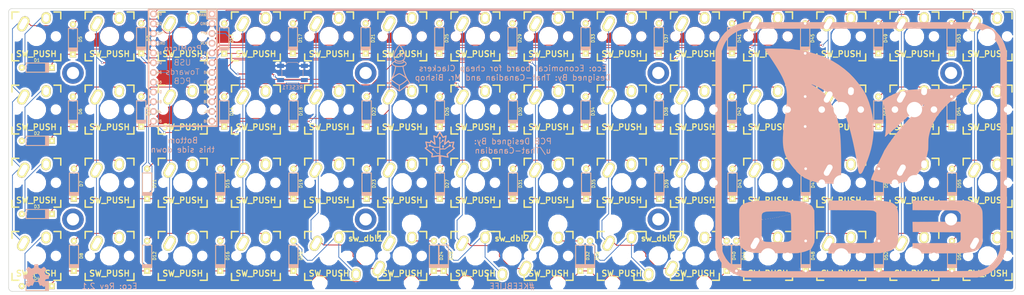
<source format=kicad_pcb>
(kicad_pcb (version 4) (host pcbnew 4.0.6)
  (layers (0 F.Cu signal) (31 B.Cu signal) (34 B.Paste user) (35 F.Paste user) (36 B.SilkS user) (37 F.SilkS user) (38 B.Mask user) (39 F.Mask user) (44 Edge.Cuts user))
  (net 0 "")
  (net 1 "Net-(D1-Pad2)")
  (net 2 "Net-(D2-Pad2)")
  (net 3 "Net-(D3-Pad2)")
  (net 4 "Net-(D4-Pad2)")
  (net 5 "Net-(D5-Pad2)")
  (net 6 "Net-(D6-Pad2)")
  (net 7 "Net-(D7-Pad2)")
  (net 8 "Net-(D8-Pad2)")
  (net 9 "Net-(D9-Pad2)")
  (net 10 "Net-(D10-Pad2)")
  (net 11 "Net-(D11-Pad2)")
  (net 12 "Net-(D12-Pad2)")
  (net 13 "Net-(D13-Pad2)")
  (net 14 "Net-(D14-Pad2)")
  (net 15 "Net-(D15-Pad2)")
  (net 16 "Net-(D16-Pad2)")
  (net 17 "Net-(D17-Pad2)")
  (net 18 "Net-(D18-Pad2)")
  (net 19 "Net-(D19-Pad2)")
  (net 20 "Net-(D20-Pad2)")
  (net 21 "Net-(D21-Pad2)")
  (net 22 "Net-(D22-Pad2)")
  (net 23 "Net-(D23-Pad2)")
  (net 24 "Net-(D24-Pad2)")
  (net 25 "Net-(D25-Pad2)")
  (net 26 "Net-(D26-Pad2)")
  (net 27 "Net-(D27-Pad2)")
  (net 28 "Net-(D28-Pad2)")
  (net 29 "Net-(D29-Pad2)")
  (net 30 "Net-(D30-Pad2)")
  (net 31 "Net-(D31-Pad2)")
  (net 32 "Net-(D32-Pad2)")
  (net 33 "Net-(D33-Pad2)")
  (net 34 "Net-(D34-Pad2)")
  (net 35 "Net-(D35-Pad2)")
  (net 36 "Net-(D36-Pad2)")
  (net 37 "Net-(D37-Pad2)")
  (net 38 "Net-(D38-Pad2)")
  (net 39 "Net-(D39-Pad2)")
  (net 40 "Net-(D40-Pad2)")
  (net 41 "Net-(D41-Pad2)")
  (net 42 "Net-(D42-Pad2)")
  (net 43 "Net-(D43-Pad2)")
  (net 44 "Net-(D44-Pad2)")
  (net 45 "Net-(D45-Pad2)")
  (net 46 "Net-(D46-Pad2)")
  (net 47 "Net-(D47-Pad2)")
  (net 48 "Net-(D48-Pad2)")
  (net 49 "Net-(D49-Pad2)")
  (net 50 "Net-(D50-Pad2)")
  (net 51 "Net-(D51-Pad2)")
  (net 52 "Net-(D52-Pad2)")
  (net 53 "Net-(D53-Pad2)")
  (net 54 "Net-(D54-Pad2)")
  (net 55 "Net-(D55-Pad2)")
  (net 56 "Net-(D56-Pad2)")
  (net 57 GND)
  (net 58 /row0)
  (net 59 /row1)
  (net 60 /row2)
  (net 61 /row3)
  (net 62 /col0)
  (net 63 /col1)
  (net 64 /col2)
  (net 65 /col3)
  (net 66 /col4)
  (net 67 /col5)
  (net 68 /col6)
  (net 69 /col7)
  (net 70 /col8)
  (net 71 /col9)
  (net 72 /col10)
  (net 73 /col11)
  (net 74 /col12)
  (net 75 /col13)
  (net 76 "Net-(U1-Pad1)")
  (net 77 VCC)
  (net 78 "Net-(RESET1-Pad1)")
  (module Mounting_Holes:MountingHole_3.2mm_M3_DIN965_Pad (layer F.Cu) (at 88.392 67.437)
    (fp_text reference REF** hide)
    (fp_text value MountingHole_3.2mm_M3_Pad)
    (pad 1 thru_hole circle (at 0 0) (size 5.6 5.6) (drill 3.2) (layers *.Cu *.Mask))
  )
  (module Mounting_Holes:MountingHole_3.2mm_M3_DIN965_Pad (layer F.Cu) (at 88.392 105.537)
    (fp_text reference REF** hide)
    (fp_text value MountingHole_3.2mm_M3_Pad)
    (pad 1 thru_hole circle (at 0 0) (size 5.6 5.6) (drill 3.2) (layers *.Cu *.Mask))
  )
  (module Mounting_Holes:MountingHole_3.2mm_M3_DIN965_Pad (layer F.Cu) (at 316.992 105.537)
    (fp_text reference REF** hide)
    (fp_text value MountingHole_3.2mm_M3_Pad)
    (pad 1 thru_hole circle (at 0 0) (size 5.6 5.6) (drill 3.2) (layers *.Cu *.Mask))
  )
  (module Mounting_Holes:MountingHole_3.2mm_M3_DIN965_Pad (layer F.Cu) (at 316.992 67.437)
    (fp_text reference REF** hide)
    (fp_text value MountingHole_3.2mm_M3_Pad)
    (pad 1 thru_hole circle (at 0 0) (size 5.6 5.6) (drill 3.2) (layers *.Cu *.Mask))
  )
  (module Mounting_Holes:MountingHole_3.2mm_M3_DIN965_Pad (layer F.Cu) (at 240.792 105.537)
    (fp_text reference REF** hide)
    (fp_text value MountingHole_3.2mm_M3)
    (pad 1 thru_hole circle (at 0 0) (size 5.6 5.6) (drill 3.2) (layers *.Cu *.Mask))
  )
  (module Mounting_Holes:MountingHole_3.2mm_M3_DIN965_Pad (layer F.Cu) (at 164.592 67.437)
    (fp_text reference REF** hide)
    (fp_text value MountingHole_3.2mm_M3)
    (pad 1 thru_hole circle (at 0 0) (size 5.6 5.6) (drill 3.2) (layers *.Cu *.Mask))
  )
  (module Mounting_Holes:MountingHole_3.2mm_M3_DIN965_Pad (layer F.Cu) (at 164.592 105.537)
    (fp_text reference REF** hide)
    (fp_text value MountingHole_3.2mm_M3)
    (pad 1 thru_hole circle (at 0 0) (size 5.6 5.6) (drill 3.2) (layers *.Cu *.Mask))
  )
  (module Mounting_Holes:MountingHole_3.2mm_M3_DIN965_Pad (layer F.Cu) (at 240.792 67.437)
    (fp_text reference REF** hide)
    (fp_text value MountingHole_3.2mm_M3)
    (pad 1 thru_hole circle (at 0 0) (size 5.6 5.6) (drill 3.2) (layers *.Cu *.Mask))
  )
  (module eco:eco (layer B.Cu) (at 293.5732 87.4522 180)
    (fp_text reference G*** hide)
    (fp_text value LOGO hide)
  )
  (module Symbols:OSHW-Symbol_6.7x6mm_SilkScreen (layer B.Cu) (at 78.8416 120.2182 180)
    (fp_text reference REF*** hide)
    (fp_text value OSHW-Symbol_6.7x6mm_SilkScreen hide)
  )
  (module "bishop-logos:BKB smaller chess" (layer B.Cu) (at 173.4312 66.1924 180)
    (fp_text reference G*** hide)
    (fp_text value LOGO hide)
  )
  (module canadian_footprints:D_SOD123_ThroughHole (layer F.Cu) (at 78.994 66.04 180)
    (fp_text reference D1 (at 0 1.925 180) (layer F.SilkS) (effects (font (size 0.8 0.8))))
    (fp_text value D hide)
    (pad 1 thru_hole rect (at -3.9 0 180) (size 1.6 1.6) (drill 0.7) (layers *.Cu *.Mask F.SilkS) (net 58 /row0))
    (pad 2 thru_hole circle (at 3.9 0 180) (size 1.6 1.6) (drill 0.7) (layers *.Cu *.Mask F.SilkS) (net 1 "Net-(D1-Pad2)"))
  )
  (module canadian_footprints:D_SOD123_ThroughHole (layer F.Cu) (at 78.994 85.09 180)
    (fp_text reference D2 (at 0 1.925 180) (layer F.SilkS) (effects (font (size 0.8 0.8))))
    (fp_text value D hide)
    (pad 1 thru_hole rect (at -3.9 0 180) (size 1.6 1.6) (drill 0.7) (layers *.Cu *.Mask F.SilkS) (net 59 /row1))
    (pad 2 thru_hole circle (at 3.9 0 180) (size 1.6 1.6) (drill 0.7) (layers *.Cu *.Mask F.SilkS) (net 2 "Net-(D2-Pad2)"))
  )
  (module canadian_footprints:D_SOD123_ThroughHole (layer F.Cu) (at 78.994 104.14 180)
    (fp_text reference D3 (at 0 1.925 180) (layer F.SilkS) (effects (font (size 0.8 0.8))))
    (fp_text value D hide)
    (pad 1 thru_hole rect (at -3.9 0 180) (size 1.6 1.6) (drill 0.7) (layers *.Cu *.Mask F.SilkS) (net 60 /row2))
    (pad 2 thru_hole circle (at 3.9 0 180) (size 1.6 1.6) (drill 0.7) (layers *.Cu *.Mask F.SilkS) (net 3 "Net-(D3-Pad2)"))
  )
  (module canadian_footprints:D_SOD123_ThroughHole (layer F.Cu) (at 78.9802 122.9106 180)
    (fp_text reference D4 (at 0 1.925 180) (layer F.SilkS) (effects (font (size 0.8 0.8))))
    (fp_text value D hide)
    (pad 1 thru_hole rect (at -3.9 0 180) (size 1.6 1.6) (drill 0.7) (layers *.Cu *.Mask F.SilkS) (net 61 /row3))
    (pad 2 thru_hole circle (at 3.9 0 180) (size 1.6 1.6) (drill 0.7) (layers *.Cu *.Mask F.SilkS) (net 4 "Net-(D4-Pad2)"))
  )
  (module canadian_footprints:D_SOD123_ThroughHole (layer F.Cu) (at 88.392 58.674 90)
    (fp_text reference D5 (at 0 1.925 90) (layer F.SilkS) (effects (font (size 0.8 0.8))))
    (fp_text value D hide)
    (pad 1 thru_hole rect (at -3.9 0 90) (size 1.6 1.6) (drill 0.7) (layers *.Cu *.Mask F.SilkS) (net 58 /row0))
    (pad 2 thru_hole circle (at 3.9 0 90) (size 1.6 1.6) (drill 0.7) (layers *.Cu *.Mask F.SilkS) (net 5 "Net-(D5-Pad2)"))
  )
  (module canadian_footprints:D_SOD123_ThroughHole (layer F.Cu) (at 88.392 77.47 90)
    (fp_text reference D6 (at 0 1.925 90) (layer F.SilkS) (effects (font (size 0.8 0.8))))
    (fp_text value D hide)
    (pad 1 thru_hole rect (at -3.9 0 90) (size 1.6 1.6) (drill 0.7) (layers *.Cu *.Mask F.SilkS) (net 59 /row1))
    (pad 2 thru_hole circle (at 3.9 0 90) (size 1.6 1.6) (drill 0.7) (layers *.Cu *.Mask F.SilkS) (net 6 "Net-(D6-Pad2)"))
  )
  (module canadian_footprints:D_SOD123_ThroughHole (layer F.Cu) (at 88.646 96.266 90)
    (fp_text reference D7 (at 0 1.925 90) (layer F.SilkS) (effects (font (size 0.8 0.8))))
    (fp_text value D hide)
    (pad 1 thru_hole rect (at -3.9 0 90) (size 1.6 1.6) (drill 0.7) (layers *.Cu *.Mask F.SilkS) (net 60 /row2))
    (pad 2 thru_hole circle (at 3.9 0 90) (size 1.6 1.6) (drill 0.7) (layers *.Cu *.Mask F.SilkS) (net 7 "Net-(D7-Pad2)"))
  )
  (module canadian_footprints:D_SOD123_ThroughHole (layer F.Cu) (at 88.646 115.062 90)
    (fp_text reference D8 (at 0 1.925 90) (layer F.SilkS) (effects (font (size 0.8 0.8))))
    (fp_text value D hide)
    (pad 1 thru_hole rect (at -3.9 0 90) (size 1.6 1.6) (drill 0.7) (layers *.Cu *.Mask F.SilkS) (net 61 /row3))
    (pad 2 thru_hole circle (at 3.9 0 90) (size 1.6 1.6) (drill 0.7) (layers *.Cu *.Mask F.SilkS) (net 8 "Net-(D8-Pad2)"))
  )
  (module canadian_footprints:D_SOD123_ThroughHole (layer F.Cu) (at 106.172 58.42 90)
    (fp_text reference D9 (at 0 1.925 90) (layer F.SilkS) (effects (font (size 0.8 0.8))))
    (fp_text value D hide)
    (pad 1 thru_hole rect (at -3.9 0 90) (size 1.6 1.6) (drill 0.7) (layers *.Cu *.Mask F.SilkS) (net 58 /row0))
    (pad 2 thru_hole circle (at 3.9 0 90) (size 1.6 1.6) (drill 0.7) (layers *.Cu *.Mask F.SilkS) (net 9 "Net-(D9-Pad2)"))
  )
  (module canadian_footprints:D_SOD123_ThroughHole (layer F.Cu) (at 106.172 77.47 90)
    (fp_text reference D10 (at 0 1.925 90) (layer F.SilkS) (effects (font (size 0.8 0.8))))
    (fp_text value D hide)
    (pad 1 thru_hole rect (at -3.9 0 90) (size 1.6 1.6) (drill 0.7) (layers *.Cu *.Mask F.SilkS) (net 59 /row1))
    (pad 2 thru_hole circle (at 3.9 0 90) (size 1.6 1.6) (drill 0.7) (layers *.Cu *.Mask F.SilkS) (net 10 "Net-(D10-Pad2)"))
  )
  (module canadian_footprints:D_SOD123_ThroughHole (layer F.Cu) (at 107.696 96.266 90)
    (fp_text reference D11 (at 0 1.925 90) (layer F.SilkS) (effects (font (size 0.8 0.8))))
    (fp_text value D hide)
    (pad 1 thru_hole rect (at -3.9 0 90) (size 1.6 1.6) (drill 0.7) (layers *.Cu *.Mask F.SilkS) (net 60 /row2))
    (pad 2 thru_hole circle (at 3.9 0 90) (size 1.6 1.6) (drill 0.7) (layers *.Cu *.Mask F.SilkS) (net 11 "Net-(D11-Pad2)"))
  )
  (module canadian_footprints:D_SOD123_ThroughHole (layer F.Cu) (at 107.696 115.062 90)
    (fp_text reference D12 (at 0 1.925 90) (layer F.SilkS) (effects (font (size 0.8 0.8))))
    (fp_text value D hide)
    (pad 1 thru_hole rect (at -3.9 0 90) (size 1.6 1.6) (drill 0.7) (layers *.Cu *.Mask F.SilkS) (net 61 /row3))
    (pad 2 thru_hole circle (at 3.9 0 90) (size 1.6 1.6) (drill 0.7) (layers *.Cu *.Mask F.SilkS) (net 12 "Net-(D12-Pad2)"))
  )
  (module canadian_footprints:D_SOD123_ThroughHole (layer F.Cu) (at 127.762 58.457 90)
    (fp_text reference D13 (at 0 1.925 90) (layer F.SilkS) (effects (font (size 0.8 0.8))))
    (fp_text value D hide)
    (pad 1 thru_hole rect (at -3.9 0 90) (size 1.6 1.6) (drill 0.7) (layers *.Cu *.Mask F.SilkS) (net 58 /row0))
    (pad 2 thru_hole circle (at 3.9 0 90) (size 1.6 1.6) (drill 0.7) (layers *.Cu *.Mask F.SilkS) (net 13 "Net-(D13-Pad2)"))
  )
  (module canadian_footprints:D_SOD123_ThroughHole (layer F.Cu) (at 127.762 77.47 90)
    (fp_text reference D14 (at 0 1.925 90) (layer F.SilkS) (effects (font (size 0.8 0.8))))
    (fp_text value D hide)
    (pad 1 thru_hole rect (at -3.9 0 90) (size 1.6 1.6) (drill 0.7) (layers *.Cu *.Mask F.SilkS) (net 59 /row1))
    (pad 2 thru_hole circle (at 3.9 0 90) (size 1.6 1.6) (drill 0.7) (layers *.Cu *.Mask F.SilkS) (net 14 "Net-(D14-Pad2)"))
  )
  (module canadian_footprints:D_SOD123_ThroughHole (layer F.Cu) (at 126.746 96.266 90)
    (fp_text reference D15 (at 0 1.925 90) (layer F.SilkS) (effects (font (size 0.8 0.8))))
    (fp_text value D hide)
    (pad 1 thru_hole rect (at -3.9 0 90) (size 1.6 1.6) (drill 0.7) (layers *.Cu *.Mask F.SilkS) (net 60 /row2))
    (pad 2 thru_hole circle (at 3.9 0 90) (size 1.6 1.6) (drill 0.7) (layers *.Cu *.Mask F.SilkS) (net 15 "Net-(D15-Pad2)"))
  )
  (module canadian_footprints:D_SOD123_ThroughHole (layer F.Cu) (at 126.746 115.062 90)
    (fp_text reference D16 (at 0 1.925 90) (layer F.SilkS) (effects (font (size 0.8 0.8))))
    (fp_text value D hide)
    (pad 1 thru_hole rect (at -3.9 0 90) (size 1.6 1.6) (drill 0.7) (layers *.Cu *.Mask F.SilkS) (net 61 /row3))
    (pad 2 thru_hole circle (at 3.9 0 90) (size 1.6 1.6) (drill 0.7) (layers *.Cu *.Mask F.SilkS) (net 16 "Net-(D16-Pad2)"))
  )
  (module canadian_footprints:D_SOD123_ThroughHole (layer F.Cu) (at 145.669 58.42 90)
    (fp_text reference D17 (at 0 1.925 90) (layer F.SilkS) (effects (font (size 0.8 0.8))))
    (fp_text value D hide)
    (pad 1 thru_hole rect (at -3.9 0 90) (size 1.6 1.6) (drill 0.7) (layers *.Cu *.Mask F.SilkS) (net 58 /row0))
    (pad 2 thru_hole circle (at 3.9 0 90) (size 1.6 1.6) (drill 0.7) (layers *.Cu *.Mask F.SilkS) (net 17 "Net-(D17-Pad2)"))
  )
  (module canadian_footprints:D_SOD123_ThroughHole (layer F.Cu) (at 145.796 77.47 90)
    (fp_text reference D18 (at 0 1.925 90) (layer F.SilkS) (effects (font (size 0.8 0.8))))
    (fp_text value D hide)
    (pad 1 thru_hole rect (at -3.9 0 90) (size 1.6 1.6) (drill 0.7) (layers *.Cu *.Mask F.SilkS) (net 59 /row1))
    (pad 2 thru_hole circle (at 3.9 0 90) (size 1.6 1.6) (drill 0.7) (layers *.Cu *.Mask F.SilkS) (net 18 "Net-(D18-Pad2)"))
  )
  (module canadian_footprints:D_SOD123_ThroughHole (layer F.Cu) (at 145.796 96.266 90)
    (fp_text reference D19 (at 0 1.925 90) (layer F.SilkS) (effects (font (size 0.8 0.8))))
    (fp_text value D hide)
    (pad 1 thru_hole rect (at -3.9 0 90) (size 1.6 1.6) (drill 0.7) (layers *.Cu *.Mask F.SilkS) (net 60 /row2))
    (pad 2 thru_hole circle (at 3.9 0 90) (size 1.6 1.6) (drill 0.7) (layers *.Cu *.Mask F.SilkS) (net 19 "Net-(D19-Pad2)"))
  )
  (module canadian_footprints:D_SOD123_ThroughHole (layer F.Cu) (at 145.796 115.062 90)
    (fp_text reference D20 (at 0 1.925 90) (layer F.SilkS) (effects (font (size 0.8 0.8))))
    (fp_text value D hide)
    (pad 1 thru_hole rect (at -3.9 0 90) (size 1.6 1.6) (drill 0.7) (layers *.Cu *.Mask F.SilkS) (net 61 /row3))
    (pad 2 thru_hole circle (at 3.9 0 90) (size 1.6 1.6) (drill 0.7) (layers *.Cu *.Mask F.SilkS) (net 20 "Net-(D20-Pad2)"))
  )
  (module canadian_footprints:D_SOD123_ThroughHole (layer F.Cu) (at 164.592 58.42 90)
    (fp_text reference D21 (at 0 1.925 90) (layer F.SilkS) (effects (font (size 0.8 0.8))))
    (fp_text value D hide)
    (pad 1 thru_hole rect (at -3.9 0 90) (size 1.6 1.6) (drill 0.7) (layers *.Cu *.Mask F.SilkS) (net 58 /row0))
    (pad 2 thru_hole circle (at 3.9 0 90) (size 1.6 1.6) (drill 0.7) (layers *.Cu *.Mask F.SilkS) (net 21 "Net-(D21-Pad2)"))
  )
  (module canadian_footprints:D_SOD123_ThroughHole (layer F.Cu) (at 164.846 77.47 90)
    (fp_text reference D22 (at 0 1.925 90) (layer F.SilkS) (effects (font (size 0.8 0.8))))
    (fp_text value D hide)
    (pad 1 thru_hole rect (at -3.9 0 90) (size 1.6 1.6) (drill 0.7) (layers *.Cu *.Mask F.SilkS) (net 59 /row1))
    (pad 2 thru_hole circle (at 3.9 0 90) (size 1.6 1.6) (drill 0.7) (layers *.Cu *.Mask F.SilkS) (net 22 "Net-(D22-Pad2)"))
  )
  (module canadian_footprints:D_SOD123_ThroughHole (layer F.Cu) (at 164.846 96.266 90)
    (fp_text reference D23 (at 0 1.925 90) (layer F.SilkS) (effects (font (size 0.8 0.8))))
    (fp_text value D hide)
    (pad 1 thru_hole rect (at -3.9 0 90) (size 1.6 1.6) (drill 0.7) (layers *.Cu *.Mask F.SilkS) (net 60 /row2))
    (pad 2 thru_hole circle (at 3.9 0 90) (size 1.6 1.6) (drill 0.7) (layers *.Cu *.Mask F.SilkS) (net 23 "Net-(D23-Pad2)"))
  )
  (module canadian_footprints:D_SOD123_ThroughHole (layer F.Cu) (at 182.372 115.062 90)
    (fp_text reference D24 (at 0 1.925 90) (layer F.SilkS) (effects (font (size 0.8 0.8))))
    (fp_text value D hide)
    (pad 1 thru_hole rect (at -3.9 0 90) (size 1.6 1.6) (drill 0.7) (layers *.Cu *.Mask F.SilkS) (net 61 /row3))
    (pad 2 thru_hole circle (at 3.9 0 90) (size 1.6 1.6) (drill 0.7) (layers *.Cu *.Mask F.SilkS) (net 24 "Net-(D24-Pad2)"))
  )
  (module canadian_footprints:D_SOD123_ThroughHole (layer F.Cu) (at 183.769 58.42 90)
    (fp_text reference D25 (at 0 1.925 90) (layer F.SilkS) (effects (font (size 0.8 0.8))))
    (fp_text value D hide)
    (pad 1 thru_hole rect (at -3.9 0 90) (size 1.6 1.6) (drill 0.7) (layers *.Cu *.Mask F.SilkS) (net 58 /row0))
    (pad 2 thru_hole circle (at 3.9 0 90) (size 1.6 1.6) (drill 0.7) (layers *.Cu *.Mask F.SilkS) (net 25 "Net-(D25-Pad2)"))
  )
  (module canadian_footprints:D_SOD123_ThroughHole (layer F.Cu) (at 183.896 77.47 90)
    (fp_text reference D26 (at 0 1.925 90) (layer F.SilkS) (effects (font (size 0.8 0.8))))
    (fp_text value D hide)
    (pad 1 thru_hole rect (at -3.9 0 90) (size 1.6 1.6) (drill 0.7) (layers *.Cu *.Mask F.SilkS) (net 59 /row1))
    (pad 2 thru_hole circle (at 3.9 0 90) (size 1.6 1.6) (drill 0.7) (layers *.Cu *.Mask F.SilkS) (net 26 "Net-(D26-Pad2)"))
  )
  (module canadian_footprints:D_SOD123_ThroughHole (layer F.Cu) (at 183.896 96.266 90)
    (fp_text reference D27 (at 0 1.925 90) (layer F.SilkS) (effects (font (size 0.8 0.8))))
    (fp_text value D hide)
    (pad 1 thru_hole rect (at -3.9 0 90) (size 1.6 1.6) (drill 0.7) (layers *.Cu *.Mask F.SilkS) (net 60 /row2))
    (pad 2 thru_hole circle (at 3.9 0 90) (size 1.6 1.6) (drill 0.7) (layers *.Cu *.Mask F.SilkS) (net 27 "Net-(D27-Pad2)"))
  )
  (module canadian_footprints:D_SOD123_ThroughHole (layer F.Cu) (at 184.912 115.062 90)
    (fp_text reference D28 (at 0 1.925 90) (layer F.SilkS) (effects (font (size 0.8 0.8))))
    (fp_text value D hide)
    (pad 1 thru_hole rect (at -3.9 0 90) (size 1.6 1.6) (drill 0.7) (layers *.Cu *.Mask F.SilkS) (net 61 /row3))
    (pad 2 thru_hole circle (at 3.9 0 90) (size 1.6 1.6) (drill 0.7) (layers *.Cu *.Mask F.SilkS) (net 28 "Net-(D28-Pad2)"))
  )
  (module canadian_footprints:D_SOD123_ThroughHole (layer F.Cu) (at 202.819 58.42 90)
    (fp_text reference D29 (at 0 1.925 90) (layer F.SilkS) (effects (font (size 0.8 0.8))))
    (fp_text value D hide)
    (pad 1 thru_hole rect (at -3.9 0 90) (size 1.6 1.6) (drill 0.7) (layers *.Cu *.Mask F.SilkS) (net 58 /row0))
    (pad 2 thru_hole circle (at 3.9 0 90) (size 1.6 1.6) (drill 0.7) (layers *.Cu *.Mask F.SilkS) (net 29 "Net-(D29-Pad2)"))
  )
  (module canadian_footprints:D_SOD123_ThroughHole (layer F.Cu) (at 202.946 77.47 90)
    (fp_text reference D30 (at 0 1.925 90) (layer F.SilkS) (effects (font (size 0.8 0.8))))
    (fp_text value D hide)
    (pad 1 thru_hole rect (at -3.9 0 90) (size 1.6 1.6) (drill 0.7) (layers *.Cu *.Mask F.SilkS) (net 59 /row1))
    (pad 2 thru_hole circle (at 3.9 0 90) (size 1.6 1.6) (drill 0.7) (layers *.Cu *.Mask F.SilkS) (net 30 "Net-(D30-Pad2)"))
  )
  (module canadian_footprints:D_SOD123_ThroughHole (layer F.Cu) (at 202.946 96.266 90)
    (fp_text reference D31 (at 0 1.925 90) (layer F.SilkS) (effects (font (size 0.8 0.8))))
    (fp_text value D hide)
    (pad 1 thru_hole rect (at -3.9 0 90) (size 1.6 1.6) (drill 0.7) (layers *.Cu *.Mask F.SilkS) (net 60 /row2))
    (pad 2 thru_hole circle (at 3.9 0 90) (size 1.6 1.6) (drill 0.7) (layers *.Cu *.Mask F.SilkS) (net 31 "Net-(D31-Pad2)"))
  )
  (module canadian_footprints:D_SOD123_ThroughHole (layer F.Cu) (at 220.472 115.062 90)
    (fp_text reference D32 (at 0 1.925 90) (layer F.SilkS) (effects (font (size 0.8 0.8))))
    (fp_text value D hide)
    (pad 1 thru_hole rect (at -3.9 0 90) (size 1.6 1.6) (drill 0.7) (layers *.Cu *.Mask F.SilkS) (net 61 /row3))
    (pad 2 thru_hole circle (at 3.9 0 90) (size 1.6 1.6) (drill 0.7) (layers *.Cu *.Mask F.SilkS) (net 32 "Net-(D32-Pad2)"))
  )
  (module canadian_footprints:D_SOD123_ThroughHole (layer F.Cu) (at 221.869 58.42 90)
    (fp_text reference D33 (at 0 1.925 90) (layer F.SilkS) (effects (font (size 0.8 0.8))))
    (fp_text value D hide)
    (pad 1 thru_hole rect (at -3.9 0 90) (size 1.6 1.6) (drill 0.7) (layers *.Cu *.Mask F.SilkS) (net 58 /row0))
    (pad 2 thru_hole circle (at 3.9 0 90) (size 1.6 1.6) (drill 0.7) (layers *.Cu *.Mask F.SilkS) (net 33 "Net-(D33-Pad2)"))
  )
  (module canadian_footprints:D_SOD123_ThroughHole (layer F.Cu) (at 221.869 77.47 90)
    (fp_text reference D34 (at 0 1.925 90) (layer F.SilkS) (effects (font (size 0.8 0.8))))
    (fp_text value D hide)
    (pad 1 thru_hole rect (at -3.9 0 90) (size 1.6 1.6) (drill 0.7) (layers *.Cu *.Mask F.SilkS) (net 59 /row1))
    (pad 2 thru_hole circle (at 3.9 0 90) (size 1.6 1.6) (drill 0.7) (layers *.Cu *.Mask F.SilkS) (net 34 "Net-(D34-Pad2)"))
  )
  (module canadian_footprints:D_SOD123_ThroughHole (layer F.Cu) (at 221.996 96.266 90)
    (fp_text reference D35 (at 0 1.925 90) (layer F.SilkS) (effects (font (size 0.8 0.8))))
    (fp_text value D hide)
    (pad 1 thru_hole rect (at -3.9 0 90) (size 1.6 1.6) (drill 0.7) (layers *.Cu *.Mask F.SilkS) (net 60 /row2))
    (pad 2 thru_hole circle (at 3.9 0 90) (size 1.6 1.6) (drill 0.7) (layers *.Cu *.Mask F.SilkS) (net 35 "Net-(D35-Pad2)"))
  )
  (module canadian_footprints:D_SOD123_ThroughHole (layer F.Cu) (at 223.012 115.062 90)
    (fp_text reference D36 (at 0 1.925 90) (layer F.SilkS) (effects (font (size 0.8 0.8))))
    (fp_text value D hide)
    (pad 1 thru_hole rect (at -3.9 0 90) (size 1.6 1.6) (drill 0.7) (layers *.Cu *.Mask F.SilkS) (net 61 /row3))
    (pad 2 thru_hole circle (at 3.9 0 90) (size 1.6 1.6) (drill 0.7) (layers *.Cu *.Mask F.SilkS) (net 36 "Net-(D36-Pad2)"))
  )
  (module canadian_footprints:D_SOD123_ThroughHole (layer F.Cu) (at 240.919 58.42 90)
    (fp_text reference D37 (at 0 1.925 90) (layer F.SilkS) (effects (font (size 0.8 0.8))))
    (fp_text value D hide)
    (pad 1 thru_hole rect (at -3.9 0 90) (size 1.6 1.6) (drill 0.7) (layers *.Cu *.Mask F.SilkS) (net 58 /row0))
    (pad 2 thru_hole circle (at 3.9 0 90) (size 1.6 1.6) (drill 0.7) (layers *.Cu *.Mask F.SilkS) (net 37 "Net-(D37-Pad2)"))
  )
  (module canadian_footprints:D_SOD123_ThroughHole (layer F.Cu) (at 240.919 77.47 90)
    (fp_text reference D38 (at 0 1.925 90) (layer F.SilkS) (effects (font (size 0.8 0.8))))
    (fp_text value D hide)
    (pad 1 thru_hole rect (at -3.9 0 90) (size 1.6 1.6) (drill 0.7) (layers *.Cu *.Mask F.SilkS) (net 59 /row1))
    (pad 2 thru_hole circle (at 3.9 0 90) (size 1.6 1.6) (drill 0.7) (layers *.Cu *.Mask F.SilkS) (net 38 "Net-(D38-Pad2)"))
  )
  (module canadian_footprints:D_SOD123_ThroughHole (layer F.Cu) (at 241.046 96.266 90)
    (fp_text reference D39 (at 0 1.925 90) (layer F.SilkS) (effects (font (size 0.8 0.8))))
    (fp_text value D hide)
    (pad 1 thru_hole rect (at -3.9 0 90) (size 1.6 1.6) (drill 0.7) (layers *.Cu *.Mask F.SilkS) (net 60 /row2))
    (pad 2 thru_hole circle (at 3.9 0 90) (size 1.6 1.6) (drill 0.7) (layers *.Cu *.Mask F.SilkS) (net 39 "Net-(D39-Pad2)"))
  )
  (module canadian_footprints:D_SOD123_ThroughHole (layer F.Cu) (at 258.572 115.062 90)
    (fp_text reference D40 (at 0 1.925 90) (layer F.SilkS) (effects (font (size 0.8 0.8))))
    (fp_text value D hide)
    (pad 1 thru_hole rect (at -3.9 0 90) (size 1.6 1.6) (drill 0.7) (layers *.Cu *.Mask F.SilkS) (net 61 /row3))
    (pad 2 thru_hole circle (at 3.9 0 90) (size 1.6 1.6) (drill 0.7) (layers *.Cu *.Mask F.SilkS) (net 40 "Net-(D40-Pad2)"))
  )
  (module canadian_footprints:D_SOD123_ThroughHole (layer F.Cu) (at 259.969 58.42 90)
    (fp_text reference D41 (at 0 1.925 90) (layer F.SilkS) (effects (font (size 0.8 0.8))))
    (fp_text value D hide)
    (pad 1 thru_hole rect (at -3.9 0 90) (size 1.6 1.6) (drill 0.7) (layers *.Cu *.Mask F.SilkS) (net 58 /row0))
    (pad 2 thru_hole circle (at 3.9 0 90) (size 1.6 1.6) (drill 0.7) (layers *.Cu *.Mask F.SilkS) (net 41 "Net-(D41-Pad2)"))
  )
  (module canadian_footprints:D_SOD123_ThroughHole (layer F.Cu) (at 259.969 77.47 90)
    (fp_text reference D42 (at 0 1.925 90) (layer F.SilkS) (effects (font (size 0.8 0.8))))
    (fp_text value D hide)
    (pad 1 thru_hole rect (at -3.9 0 90) (size 1.6 1.6) (drill 0.7) (layers *.Cu *.Mask F.SilkS) (net 59 /row1))
    (pad 2 thru_hole circle (at 3.9 0 90) (size 1.6 1.6) (drill 0.7) (layers *.Cu *.Mask F.SilkS) (net 42 "Net-(D42-Pad2)"))
  )
  (module canadian_footprints:D_SOD123_ThroughHole (layer F.Cu) (at 260.096 96.266 90)
    (fp_text reference D43 (at 0 1.925 90) (layer F.SilkS) (effects (font (size 0.8 0.8))))
    (fp_text value D hide)
    (pad 1 thru_hole rect (at -3.9 0 90) (size 1.6 1.6) (drill 0.7) (layers *.Cu *.Mask F.SilkS) (net 60 /row2))
    (pad 2 thru_hole circle (at 3.9 0 90) (size 1.6 1.6) (drill 0.7) (layers *.Cu *.Mask F.SilkS) (net 43 "Net-(D43-Pad2)"))
  )
  (module canadian_footprints:D_SOD123_ThroughHole (layer F.Cu) (at 261.112 115.062 90)
    (fp_text reference D44 (at 0 1.925 90) (layer F.SilkS) (effects (font (size 0.8 0.8))))
    (fp_text value D hide)
    (pad 1 thru_hole rect (at -3.9 0 90) (size 1.6 1.6) (drill 0.7) (layers *.Cu *.Mask F.SilkS) (net 61 /row3))
    (pad 2 thru_hole circle (at 3.9 0 90) (size 1.6 1.6) (drill 0.7) (layers *.Cu *.Mask F.SilkS) (net 44 "Net-(D44-Pad2)"))
  )
  (module canadian_footprints:D_SOD123_ThroughHole (layer F.Cu) (at 279.019 58.42 90)
    (fp_text reference D45 (at 0 1.925 90) (layer F.SilkS) (effects (font (size 0.8 0.8))))
    (fp_text value D hide)
    (pad 1 thru_hole rect (at -3.9 0 90) (size 1.6 1.6) (drill 0.7) (layers *.Cu *.Mask F.SilkS) (net 58 /row0))
    (pad 2 thru_hole circle (at 3.9 0 90) (size 1.6 1.6) (drill 0.7) (layers *.Cu *.Mask F.SilkS) (net 45 "Net-(D45-Pad2)"))
  )
  (module canadian_footprints:D_SOD123_ThroughHole (layer F.Cu) (at 279.019 77.47 90)
    (fp_text reference D46 (at 0 1.925 90) (layer F.SilkS) (effects (font (size 0.8 0.8))))
    (fp_text value D hide)
    (pad 1 thru_hole rect (at -3.9 0 90) (size 1.6 1.6) (drill 0.7) (layers *.Cu *.Mask F.SilkS) (net 59 /row1))
    (pad 2 thru_hole circle (at 3.9 0 90) (size 1.6 1.6) (drill 0.7) (layers *.Cu *.Mask F.SilkS) (net 46 "Net-(D46-Pad2)"))
  )
  (module canadian_footprints:D_SOD123_ThroughHole (layer F.Cu) (at 279.146 96.266 90)
    (fp_text reference D47 (at 0 1.925 90) (layer F.SilkS) (effects (font (size 0.8 0.8))))
    (fp_text value D hide)
    (pad 1 thru_hole rect (at -3.9 0 90) (size 1.6 1.6) (drill 0.7) (layers *.Cu *.Mask F.SilkS) (net 60 /row2))
    (pad 2 thru_hole circle (at 3.9 0 90) (size 1.6 1.6) (drill 0.7) (layers *.Cu *.Mask F.SilkS) (net 47 "Net-(D47-Pad2)"))
  )
  (module canadian_footprints:D_SOD123_ThroughHole (layer F.Cu) (at 279.146 115.062 90)
    (fp_text reference D48 (at 0 1.925 90) (layer F.SilkS) (effects (font (size 0.8 0.8))))
    (fp_text value D hide)
    (pad 1 thru_hole rect (at -3.9 0 90) (size 1.6 1.6) (drill 0.7) (layers *.Cu *.Mask F.SilkS) (net 61 /row3))
    (pad 2 thru_hole circle (at 3.9 0 90) (size 1.6 1.6) (drill 0.7) (layers *.Cu *.Mask F.SilkS) (net 48 "Net-(D48-Pad2)"))
  )
  (module canadian_footprints:D_SOD123_ThroughHole (layer F.Cu) (at 298.069 58.42 90)
    (fp_text reference D49 (at 0 1.925 90) (layer F.SilkS) (effects (font (size 0.8 0.8))))
    (fp_text value D hide)
    (pad 1 thru_hole rect (at -3.9 0 90) (size 1.6 1.6) (drill 0.7) (layers *.Cu *.Mask F.SilkS) (net 58 /row0))
    (pad 2 thru_hole circle (at 3.9 0 90) (size 1.6 1.6) (drill 0.7) (layers *.Cu *.Mask F.SilkS) (net 49 "Net-(D49-Pad2)"))
  )
  (module canadian_footprints:D_SOD123_ThroughHole (layer F.Cu) (at 298.069 77.47 90)
    (fp_text reference D50 (at 0 1.925 90) (layer F.SilkS) (effects (font (size 0.8 0.8))))
    (fp_text value D hide)
    (pad 1 thru_hole rect (at -3.9 0 90) (size 1.6 1.6) (drill 0.7) (layers *.Cu *.Mask F.SilkS) (net 59 /row1))
    (pad 2 thru_hole circle (at 3.9 0 90) (size 1.6 1.6) (drill 0.7) (layers *.Cu *.Mask F.SilkS) (net 50 "Net-(D50-Pad2)"))
  )
  (module canadian_footprints:D_SOD123_ThroughHole (layer F.Cu) (at 298.196 96.266 90)
    (fp_text reference D51 (at 0 1.925 90) (layer F.SilkS) (effects (font (size 0.8 0.8))))
    (fp_text value D hide)
    (pad 1 thru_hole rect (at -3.9 0 90) (size 1.6 1.6) (drill 0.7) (layers *.Cu *.Mask F.SilkS) (net 60 /row2))
    (pad 2 thru_hole circle (at 3.9 0 90) (size 1.6 1.6) (drill 0.7) (layers *.Cu *.Mask F.SilkS) (net 51 "Net-(D51-Pad2)"))
  )
  (module canadian_footprints:D_SOD123_ThroughHole (layer F.Cu) (at 298.196 115.062 90)
    (fp_text reference D52 (at 0 1.925 90) (layer F.SilkS) (effects (font (size 0.8 0.8))))
    (fp_text value D hide)
    (pad 1 thru_hole rect (at -3.9 0 90) (size 1.6 1.6) (drill 0.7) (layers *.Cu *.Mask F.SilkS) (net 61 /row3))
    (pad 2 thru_hole circle (at 3.9 0 90) (size 1.6 1.6) (drill 0.7) (layers *.Cu *.Mask F.SilkS) (net 52 "Net-(D52-Pad2)"))
  )
  (module canadian_footprints:D_SOD123_ThroughHole (layer F.Cu) (at 317.119 58.42 90)
    (fp_text reference D53 (at 0 1.925 90) (layer F.SilkS) (effects (font (size 0.8 0.8))))
    (fp_text value D hide)
    (pad 1 thru_hole rect (at -3.9 0 90) (size 1.6 1.6) (drill 0.7) (layers *.Cu *.Mask F.SilkS) (net 58 /row0))
    (pad 2 thru_hole circle (at 3.9 0 90) (size 1.6 1.6) (drill 0.7) (layers *.Cu *.Mask F.SilkS) (net 53 "Net-(D53-Pad2)"))
  )
  (module canadian_footprints:D_SOD123_ThroughHole (layer F.Cu) (at 317.119 77.47 90)
    (fp_text reference D54 (at 0 1.925 90) (layer F.SilkS) (effects (font (size 0.8 0.8))))
    (fp_text value D hide)
    (pad 1 thru_hole rect (at -3.9 0 90) (size 1.6 1.6) (drill 0.7) (layers *.Cu *.Mask F.SilkS) (net 59 /row1))
    (pad 2 thru_hole circle (at 3.9 0 90) (size 1.6 1.6) (drill 0.7) (layers *.Cu *.Mask F.SilkS) (net 54 "Net-(D54-Pad2)"))
  )
  (module canadian_footprints:D_SOD123_ThroughHole (layer F.Cu) (at 317.246 96.266 90)
    (fp_text reference D55 (at 0 1.925 90) (layer F.SilkS) (effects (font (size 0.8 0.8))))
    (fp_text value D hide)
    (pad 1 thru_hole rect (at -3.9 0 90) (size 1.6 1.6) (drill 0.7) (layers *.Cu *.Mask F.SilkS) (net 60 /row2))
    (pad 2 thru_hole circle (at 3.9 0 90) (size 1.6 1.6) (drill 0.7) (layers *.Cu *.Mask F.SilkS) (net 55 "Net-(D55-Pad2)"))
  )
  (module canadian_footprints:D_SOD123_ThroughHole (layer F.Cu) (at 317.246 115.062 90)
    (fp_text reference D56 (at 0 1.925 90) (layer F.SilkS) (effects (font (size 0.8 0.8))))
    (fp_text value D hide)
    (pad 1 thru_hole rect (at -3.9 0 90) (size 1.6 1.6) (drill 0.7) (layers *.Cu *.Mask F.SilkS) (net 61 /row3))
    (pad 2 thru_hole circle (at 3.9 0 90) (size 1.6 1.6) (drill 0.7) (layers *.Cu *.Mask F.SilkS) (net 56 "Net-(D56-Pad2)"))
  )
  (module canadian_footprints:SW_TACT_ALPS_SKQGABE010 (layer B.Cu) (at 145.542 67.437)
    (fp_text reference RESET1 (at 0 3.75) (layer B.SilkS) (effects (justify mirror)))
    (fp_text value SW_PUSH)
    (pad 1 smd rect (at -3.1 1.85) (size 1.8 1.1) (layers B.Cu B.Paste B.Mask) (net 78 "Net-(RESET1-Pad1)"))
    (pad 1 smd rect (at 3.1 1.85) (size 1.8 1.1) (layers B.Cu B.Paste B.Mask) (net 78 "Net-(RESET1-Pad1)"))
    (pad 2 smd rect (at -3.1 -1.85) (size 1.8 1.1) (layers B.Cu B.Paste B.Mask) (net 57 GND))
    (pad 2 smd rect (at 3.1 -1.85) (size 1.8 1.1) (layers B.Cu B.Paste B.Mask) (net 57 GND))
  )
  (module canadian_footprints:Mx_Alps_100 (layer F.Cu) (at 78.867 57.912)
    (fp_text reference SW1 hide)
    (fp_text value SW_PUSH (at 0 4.572) (layer F.SilkS) (effects (font (thickness 0.3048))))
    (pad HOLE np_thru_hole circle (at 0 0) (size 3.9878 3.9878) (drill 3.9878) (layers *.Cu))
    (pad HOLE np_thru_hole circle (at -5.08 0) (size 1.7018 1.7018) (drill 1.7018) (layers *.Cu))
    (pad HOLE np_thru_hole circle (at 5.08 0) (size 1.7018 1.7018) (drill 1.7018) (layers *.Cu))
    (pad 1 thru_hole oval (at -3.405 -3.27 330.95) (size 2.5 4.17) (drill oval 1.5 3.17) (layers *.Cu *.Mask F.SilkS) (net 62 /col0))
    (pad 2 thru_hole oval (at 2.52 -4.79 356.1) (size 2.5 3.08) (drill oval 1.5 2.08) (layers *.Cu *.Mask F.SilkS) (net 1 "Net-(D1-Pad2)"))
  )
  (module canadian_footprints:Mx_Alps_100 (layer F.Cu) (at 78.867 76.962)
    (fp_text reference SW2 hide)
    (fp_text value SW_PUSH (at 0 4.572) (layer F.SilkS) (effects (font (thickness 0.3048))))
    (pad HOLE np_thru_hole circle (at 0 0) (size 3.9878 3.9878) (drill 3.9878) (layers *.Cu))
    (pad HOLE np_thru_hole circle (at -5.08 0) (size 1.7018 1.7018) (drill 1.7018) (layers *.Cu))
    (pad HOLE np_thru_hole circle (at 5.08 0) (size 1.7018 1.7018) (drill 1.7018) (layers *.Cu))
    (pad 1 thru_hole oval (at -3.405 -3.27 330.95) (size 2.5 4.17) (drill oval 1.5 3.17) (layers *.Cu *.Mask F.SilkS) (net 62 /col0))
    (pad 2 thru_hole oval (at 2.52 -4.79 356.1) (size 2.5 3.08) (drill oval 1.5 2.08) (layers *.Cu *.Mask F.SilkS) (net 2 "Net-(D2-Pad2)"))
  )
  (module canadian_footprints:Mx_Alps_100 (layer F.Cu) (at 78.867 96.012)
    (fp_text reference SW3 hide)
    (fp_text value SW_PUSH (at 0 4.572) (layer F.SilkS) (effects (font (thickness 0.3048))))
    (pad HOLE np_thru_hole circle (at 0 0) (size 3.9878 3.9878) (drill 3.9878) (layers *.Cu))
    (pad HOLE np_thru_hole circle (at -5.08 0) (size 1.7018 1.7018) (drill 1.7018) (layers *.Cu))
    (pad HOLE np_thru_hole circle (at 5.08 0) (size 1.7018 1.7018) (drill 1.7018) (layers *.Cu))
    (pad 1 thru_hole oval (at -3.405 -3.27 330.95) (size 2.5 4.17) (drill oval 1.5 3.17) (layers *.Cu *.Mask F.SilkS) (net 62 /col0))
    (pad 2 thru_hole oval (at 2.52 -4.79 356.1) (size 2.5 3.08) (drill oval 1.5 2.08) (layers *.Cu *.Mask F.SilkS) (net 3 "Net-(D3-Pad2)"))
  )
  (module canadian_footprints:Mx_Alps_100 (layer F.Cu) (at 78.867 115.062)
    (fp_text reference SW4 hide)
    (fp_text value SW_PUSH (at 0 4.572) (layer F.SilkS) (effects (font (thickness 0.3048))))
    (pad HOLE np_thru_hole circle (at 0 0) (size 3.9878 3.9878) (drill 3.9878) (layers *.Cu))
    (pad HOLE np_thru_hole circle (at -5.08 0) (size 1.7018 1.7018) (drill 1.7018) (layers *.Cu))
    (pad HOLE np_thru_hole circle (at 5.08 0) (size 1.7018 1.7018) (drill 1.7018) (layers *.Cu))
    (pad 1 thru_hole oval (at -3.405 -3.27 330.95) (size 2.5 4.17) (drill oval 1.5 3.17) (layers *.Cu *.Mask F.SilkS) (net 62 /col0))
    (pad 2 thru_hole oval (at 2.52 -4.79 356.1) (size 2.5 3.08) (drill oval 1.5 2.08) (layers *.Cu *.Mask F.SilkS) (net 4 "Net-(D4-Pad2)"))
  )
  (module canadian_footprints:Mx_Alps_100 (layer F.Cu) (at 97.917 57.912)
    (fp_text reference SW5 hide)
    (fp_text value SW_PUSH (at 0 4.572) (layer F.SilkS) (effects (font (thickness 0.3048))))
    (pad HOLE np_thru_hole circle (at 0 0) (size 3.9878 3.9878) (drill 3.9878) (layers *.Cu))
    (pad HOLE np_thru_hole circle (at -5.08 0) (size 1.7018 1.7018) (drill 1.7018) (layers *.Cu))
    (pad HOLE np_thru_hole circle (at 5.08 0) (size 1.7018 1.7018) (drill 1.7018) (layers *.Cu))
    (pad 1 thru_hole oval (at -3.405 -3.27 330.95) (size 2.5 4.17) (drill oval 1.5 3.17) (layers *.Cu *.Mask F.SilkS) (net 63 /col1))
    (pad 2 thru_hole oval (at 2.52 -4.79 356.1) (size 2.5 3.08) (drill oval 1.5 2.08) (layers *.Cu *.Mask F.SilkS) (net 5 "Net-(D5-Pad2)"))
  )
  (module canadian_footprints:Mx_Alps_100 (layer F.Cu) (at 97.917 76.962)
    (fp_text reference SW6 hide)
    (fp_text value SW_PUSH (at 0 4.572) (layer F.SilkS) (effects (font (thickness 0.3048))))
    (pad HOLE np_thru_hole circle (at 0 0) (size 3.9878 3.9878) (drill 3.9878) (layers *.Cu))
    (pad HOLE np_thru_hole circle (at -5.08 0) (size 1.7018 1.7018) (drill 1.7018) (layers *.Cu))
    (pad HOLE np_thru_hole circle (at 5.08 0) (size 1.7018 1.7018) (drill 1.7018) (layers *.Cu))
    (pad 1 thru_hole oval (at -3.405 -3.27 330.95) (size 2.5 4.17) (drill oval 1.5 3.17) (layers *.Cu *.Mask F.SilkS) (net 63 /col1))
    (pad 2 thru_hole oval (at 2.52 -4.79 356.1) (size 2.5 3.08) (drill oval 1.5 2.08) (layers *.Cu *.Mask F.SilkS) (net 6 "Net-(D6-Pad2)"))
  )
  (module canadian_footprints:Mx_Alps_100 (layer F.Cu) (at 97.917 96.012)
    (fp_text reference SW7 hide)
    (fp_text value SW_PUSH (at 0 4.572) (layer F.SilkS) (effects (font (thickness 0.3048))))
    (pad HOLE np_thru_hole circle (at 0 0) (size 3.9878 3.9878) (drill 3.9878) (layers *.Cu))
    (pad HOLE np_thru_hole circle (at -5.08 0) (size 1.7018 1.7018) (drill 1.7018) (layers *.Cu))
    (pad HOLE np_thru_hole circle (at 5.08 0) (size 1.7018 1.7018) (drill 1.7018) (layers *.Cu))
    (pad 1 thru_hole oval (at -3.405 -3.27 330.95) (size 2.5 4.17) (drill oval 1.5 3.17) (layers *.Cu *.Mask F.SilkS) (net 63 /col1))
    (pad 2 thru_hole oval (at 2.52 -4.79 356.1) (size 2.5 3.08) (drill oval 1.5 2.08) (layers *.Cu *.Mask F.SilkS) (net 7 "Net-(D7-Pad2)"))
  )
  (module canadian_footprints:Mx_Alps_100 (layer F.Cu) (at 97.917 115.062)
    (fp_text reference SW8 hide)
    (fp_text value SW_PUSH (at 0 4.572) (layer F.SilkS) (effects (font (thickness 0.3048))))
    (pad HOLE np_thru_hole circle (at 0 0) (size 3.9878 3.9878) (drill 3.9878) (layers *.Cu))
    (pad HOLE np_thru_hole circle (at -5.08 0) (size 1.7018 1.7018) (drill 1.7018) (layers *.Cu))
    (pad HOLE np_thru_hole circle (at 5.08 0) (size 1.7018 1.7018) (drill 1.7018) (layers *.Cu))
    (pad 1 thru_hole oval (at -3.405 -3.27 330.95) (size 2.5 4.17) (drill oval 1.5 3.17) (layers *.Cu *.Mask F.SilkS) (net 63 /col1))
    (pad 2 thru_hole oval (at 2.52 -4.79 356.1) (size 2.5 3.08) (drill oval 1.5 2.08) (layers *.Cu *.Mask F.SilkS) (net 8 "Net-(D8-Pad2)"))
  )
  (module canadian_footprints:Mx_Alps_100 (layer F.Cu) (at 116.967 57.912)
    (fp_text reference SW9 hide)
    (fp_text value SW_PUSH (at 0 4.572) (layer F.SilkS) (effects (font (thickness 0.3048))))
    (pad HOLE np_thru_hole circle (at 0 0) (size 3.9878 3.9878) (drill 3.9878) (layers *.Cu))
    (pad HOLE np_thru_hole circle (at -5.08 0) (size 1.7018 1.7018) (drill 1.7018) (layers *.Cu))
    (pad HOLE np_thru_hole circle (at 5.08 0) (size 1.7018 1.7018) (drill 1.7018) (layers *.Cu))
    (pad 1 thru_hole oval (at -3.405 -3.27 330.95) (size 2.5 4.17) (drill oval 1.5 3.17) (layers *.Cu *.Mask F.SilkS) (net 64 /col2))
    (pad 2 thru_hole oval (at 2.52 -4.79 356.1) (size 2.5 3.08) (drill oval 1.5 2.08) (layers *.Cu *.Mask F.SilkS) (net 9 "Net-(D9-Pad2)"))
  )
  (module canadian_footprints:Mx_Alps_100 (layer F.Cu) (at 116.967 76.962)
    (fp_text reference SW10 hide)
    (fp_text value SW_PUSH (at 0 4.572) (layer F.SilkS) (effects (font (thickness 0.3048))))
    (pad HOLE np_thru_hole circle (at 0 0) (size 3.9878 3.9878) (drill 3.9878) (layers *.Cu))
    (pad HOLE np_thru_hole circle (at -5.08 0) (size 1.7018 1.7018) (drill 1.7018) (layers *.Cu))
    (pad HOLE np_thru_hole circle (at 5.08 0) (size 1.7018 1.7018) (drill 1.7018) (layers *.Cu))
    (pad 1 thru_hole oval (at -3.405 -3.27 330.95) (size 2.5 4.17) (drill oval 1.5 3.17) (layers *.Cu *.Mask F.SilkS) (net 64 /col2))
    (pad 2 thru_hole oval (at 2.52 -4.79 356.1) (size 2.5 3.08) (drill oval 1.5 2.08) (layers *.Cu *.Mask F.SilkS) (net 10 "Net-(D10-Pad2)"))
  )
  (module canadian_footprints:Mx_Alps_100 (layer F.Cu) (at 116.967 96.012)
    (fp_text reference SW11 hide)
    (fp_text value SW_PUSH (at 0 4.572) (layer F.SilkS) (effects (font (thickness 0.3048))))
    (pad HOLE np_thru_hole circle (at 0 0) (size 3.9878 3.9878) (drill 3.9878) (layers *.Cu))
    (pad HOLE np_thru_hole circle (at -5.08 0) (size 1.7018 1.7018) (drill 1.7018) (layers *.Cu))
    (pad HOLE np_thru_hole circle (at 5.08 0) (size 1.7018 1.7018) (drill 1.7018) (layers *.Cu))
    (pad 1 thru_hole oval (at -3.405 -3.27 330.95) (size 2.5 4.17) (drill oval 1.5 3.17) (layers *.Cu *.Mask F.SilkS) (net 64 /col2))
    (pad 2 thru_hole oval (at 2.52 -4.79 356.1) (size 2.5 3.08) (drill oval 1.5 2.08) (layers *.Cu *.Mask F.SilkS) (net 11 "Net-(D11-Pad2)"))
  )
  (module canadian_footprints:Mx_Alps_100 (layer F.Cu) (at 116.967 115.062)
    (fp_text reference SW12 hide)
    (fp_text value SW_PUSH (at 0 4.572) (layer F.SilkS) (effects (font (thickness 0.3048))))
    (pad HOLE np_thru_hole circle (at 0 0) (size 3.9878 3.9878) (drill 3.9878) (layers *.Cu))
    (pad HOLE np_thru_hole circle (at -5.08 0) (size 1.7018 1.7018) (drill 1.7018) (layers *.Cu))
    (pad HOLE np_thru_hole circle (at 5.08 0) (size 1.7018 1.7018) (drill 1.7018) (layers *.Cu))
    (pad 1 thru_hole oval (at -3.405 -3.27 330.95) (size 2.5 4.17) (drill oval 1.5 3.17) (layers *.Cu *.Mask F.SilkS) (net 64 /col2))
    (pad 2 thru_hole oval (at 2.52 -4.79 356.1) (size 2.5 3.08) (drill oval 1.5 2.08) (layers *.Cu *.Mask F.SilkS) (net 12 "Net-(D12-Pad2)"))
  )
  (module canadian_footprints:Mx_Alps_100 (layer F.Cu) (at 136.017 57.912)
    (fp_text reference SW13 hide)
    (fp_text value SW_PUSH (at 0 4.572) (layer F.SilkS) (effects (font (thickness 0.3048))))
    (pad HOLE np_thru_hole circle (at 0 0) (size 3.9878 3.9878) (drill 3.9878) (layers *.Cu))
    (pad HOLE np_thru_hole circle (at -5.08 0) (size 1.7018 1.7018) (drill 1.7018) (layers *.Cu))
    (pad HOLE np_thru_hole circle (at 5.08 0) (size 1.7018 1.7018) (drill 1.7018) (layers *.Cu))
    (pad 1 thru_hole oval (at -3.405 -3.27 330.95) (size 2.5 4.17) (drill oval 1.5 3.17) (layers *.Cu *.Mask F.SilkS) (net 65 /col3))
    (pad 2 thru_hole oval (at 2.52 -4.79 356.1) (size 2.5 3.08) (drill oval 1.5 2.08) (layers *.Cu *.Mask F.SilkS) (net 13 "Net-(D13-Pad2)"))
  )
  (module canadian_footprints:Mx_Alps_100 (layer F.Cu) (at 136.017 76.962)
    (fp_text reference SW14 hide)
    (fp_text value SW_PUSH (at 0 4.572) (layer F.SilkS) (effects (font (thickness 0.3048))))
    (pad HOLE np_thru_hole circle (at 0 0) (size 3.9878 3.9878) (drill 3.9878) (layers *.Cu))
    (pad HOLE np_thru_hole circle (at -5.08 0) (size 1.7018 1.7018) (drill 1.7018) (layers *.Cu))
    (pad HOLE np_thru_hole circle (at 5.08 0) (size 1.7018 1.7018) (drill 1.7018) (layers *.Cu))
    (pad 1 thru_hole oval (at -3.405 -3.27 330.95) (size 2.5 4.17) (drill oval 1.5 3.17) (layers *.Cu *.Mask F.SilkS) (net 65 /col3))
    (pad 2 thru_hole oval (at 2.52 -4.79 356.1) (size 2.5 3.08) (drill oval 1.5 2.08) (layers *.Cu *.Mask F.SilkS) (net 14 "Net-(D14-Pad2)"))
  )
  (module canadian_footprints:Mx_Alps_100 (layer F.Cu) (at 136.017 96.012)
    (fp_text reference SW15 hide)
    (fp_text value SW_PUSH (at 0 4.572) (layer F.SilkS) (effects (font (thickness 0.3048))))
    (pad HOLE np_thru_hole circle (at 0 0) (size 3.9878 3.9878) (drill 3.9878) (layers *.Cu))
    (pad HOLE np_thru_hole circle (at -5.08 0) (size 1.7018 1.7018) (drill 1.7018) (layers *.Cu))
    (pad HOLE np_thru_hole circle (at 5.08 0) (size 1.7018 1.7018) (drill 1.7018) (layers *.Cu))
    (pad 1 thru_hole oval (at -3.405 -3.27 330.95) (size 2.5 4.17) (drill oval 1.5 3.17) (layers *.Cu *.Mask F.SilkS) (net 65 /col3))
    (pad 2 thru_hole oval (at 2.52 -4.79 356.1) (size 2.5 3.08) (drill oval 1.5 2.08) (layers *.Cu *.Mask F.SilkS) (net 15 "Net-(D15-Pad2)"))
  )
  (module canadian_footprints:Mx_Alps_100 (layer F.Cu) (at 136.017 115.062)
    (fp_text reference SW16 hide)
    (fp_text value SW_PUSH (at 0 4.572) (layer F.SilkS) (effects (font (thickness 0.3048))))
    (pad HOLE np_thru_hole circle (at 0 0) (size 3.9878 3.9878) (drill 3.9878) (layers *.Cu))
    (pad HOLE np_thru_hole circle (at -5.08 0) (size 1.7018 1.7018) (drill 1.7018) (layers *.Cu))
    (pad HOLE np_thru_hole circle (at 5.08 0) (size 1.7018 1.7018) (drill 1.7018) (layers *.Cu))
    (pad 1 thru_hole oval (at -3.405 -3.27 330.95) (size 2.5 4.17) (drill oval 1.5 3.17) (layers *.Cu *.Mask F.SilkS) (net 65 /col3))
    (pad 2 thru_hole oval (at 2.52 -4.79 356.1) (size 2.5 3.08) (drill oval 1.5 2.08) (layers *.Cu *.Mask F.SilkS) (net 16 "Net-(D16-Pad2)"))
  )
  (module canadian_footprints:Mx_Alps_100 (layer F.Cu) (at 155.067 57.912)
    (fp_text reference SW17 hide)
    (fp_text value SW_PUSH (at 0 4.572) (layer F.SilkS) (effects (font (thickness 0.3048))))
    (pad HOLE np_thru_hole circle (at 0 0) (size 3.9878 3.9878) (drill 3.9878) (layers *.Cu))
    (pad HOLE np_thru_hole circle (at -5.08 0) (size 1.7018 1.7018) (drill 1.7018) (layers *.Cu))
    (pad HOLE np_thru_hole circle (at 5.08 0) (size 1.7018 1.7018) (drill 1.7018) (layers *.Cu))
    (pad 1 thru_hole oval (at -3.405 -3.27 330.95) (size 2.5 4.17) (drill oval 1.5 3.17) (layers *.Cu *.Mask F.SilkS) (net 66 /col4))
    (pad 2 thru_hole oval (at 2.52 -4.79 356.1) (size 2.5 3.08) (drill oval 1.5 2.08) (layers *.Cu *.Mask F.SilkS) (net 17 "Net-(D17-Pad2)"))
  )
  (module canadian_footprints:Mx_Alps_100 (layer F.Cu) (at 155.067 76.962)
    (fp_text reference SW18 hide)
    (fp_text value SW_PUSH (at 0 4.572) (layer F.SilkS) (effects (font (thickness 0.3048))))
    (pad HOLE np_thru_hole circle (at 0 0) (size 3.9878 3.9878) (drill 3.9878) (layers *.Cu))
    (pad HOLE np_thru_hole circle (at -5.08 0) (size 1.7018 1.7018) (drill 1.7018) (layers *.Cu))
    (pad HOLE np_thru_hole circle (at 5.08 0) (size 1.7018 1.7018) (drill 1.7018) (layers *.Cu))
    (pad 1 thru_hole oval (at -3.405 -3.27 330.95) (size 2.5 4.17) (drill oval 1.5 3.17) (layers *.Cu *.Mask F.SilkS) (net 66 /col4))
    (pad 2 thru_hole oval (at 2.52 -4.79 356.1) (size 2.5 3.08) (drill oval 1.5 2.08) (layers *.Cu *.Mask F.SilkS) (net 18 "Net-(D18-Pad2)"))
  )
  (module canadian_footprints:Mx_Alps_100 (layer F.Cu) (at 155.067 96.012)
    (fp_text reference SW19 hide)
    (fp_text value SW_PUSH (at 0 4.572) (layer F.SilkS) (effects (font (thickness 0.3048))))
    (pad HOLE np_thru_hole circle (at 0 0) (size 3.9878 3.9878) (drill 3.9878) (layers *.Cu))
    (pad HOLE np_thru_hole circle (at -5.08 0) (size 1.7018 1.7018) (drill 1.7018) (layers *.Cu))
    (pad HOLE np_thru_hole circle (at 5.08 0) (size 1.7018 1.7018) (drill 1.7018) (layers *.Cu))
    (pad 1 thru_hole oval (at -3.405 -3.27 330.95) (size 2.5 4.17) (drill oval 1.5 3.17) (layers *.Cu *.Mask F.SilkS) (net 66 /col4))
    (pad 2 thru_hole oval (at 2.52 -4.79 356.1) (size 2.5 3.08) (drill oval 1.5 2.08) (layers *.Cu *.Mask F.SilkS) (net 19 "Net-(D19-Pad2)"))
  )
  (module canadian_footprints:Mx_Alps_200 (layer F.Cu) (at 164.592 115.062 180)
    (fp_text reference SW20 hide)
    (fp_text value sw_dbl1 (at 0 4.572 180) (layer F.SilkS) (effects (font (thickness 0.3048))))
    (pad HOLE np_thru_hole circle (at 0 0 180) (size 3.9878 3.9878) (drill 3.9878) (layers *.Cu))
    (pad HOLE np_thru_hole circle (at -5.08 0 180) (size 1.7018 1.7018) (drill 1.7018) (layers *.Cu))
    (pad HOLE np_thru_hole circle (at 5.08 0 180) (size 1.7018 1.7018) (drill 1.7018) (layers *.Cu))
    (pad HOLE np_thru_hole circle (at -11.938 -6.985 180) (size 3.048 3.048) (drill 3.048) (layers *.Cu))
    (pad HOLE np_thru_hole circle (at 11.938 -6.985 180) (size 3.048 3.048) (drill 3.048) (layers *.Cu))
    (pad HOLE np_thru_hole circle (at -11.938 8.255 180) (size 3.9878 3.9878) (drill 3.9878) (layers *.Cu))
    (pad HOLE np_thru_hole circle (at 11.938 8.255 180) (size 3.9878 3.9878) (drill 3.9878) (layers *.Cu))
    (pad 1 thru_hole oval (at -3.405 -3.27 150.95) (size 2.5 4.17) (drill oval 1.5 3.17) (layers *.Cu *.Mask F.SilkS) (net 66 /col4))
    (pad 2 thru_hole oval (at 2.52 -4.79 176.1) (size 2.5 3.08) (drill oval 1.5 2.08) (layers *.Cu *.Mask F.SilkS) (net 20 "Net-(D20-Pad2)"))
  )
  (module canadian_footprints:Mx_Alps_100 (layer F.Cu) (at 155.067 115.062)
    (fp_text reference SW21 hide)
    (fp_text value SW_PUSH (at 0 4.572) (layer F.SilkS) (effects (font (thickness 0.3048))))
    (pad HOLE np_thru_hole circle (at 0 0) (size 3.9878 3.9878) (drill 3.9878) (layers *.Cu))
    (pad HOLE np_thru_hole circle (at -5.08 0) (size 1.7018 1.7018) (drill 1.7018) (layers *.Cu))
    (pad HOLE np_thru_hole circle (at 5.08 0) (size 1.7018 1.7018) (drill 1.7018) (layers *.Cu))
    (pad 1 thru_hole oval (at -3.405 -3.27 330.95) (size 2.5 4.17) (drill oval 1.5 3.17) (layers *.Cu *.Mask F.SilkS) (net 66 /col4))
    (pad 2 thru_hole oval (at 2.52 -4.79 356.1) (size 2.5 3.08) (drill oval 1.5 2.08) (layers *.Cu *.Mask F.SilkS) (net 20 "Net-(D20-Pad2)"))
  )
  (module canadian_footprints:Mx_Alps_100 (layer F.Cu) (at 174.117 57.912)
    (fp_text reference SW22 hide)
    (fp_text value SW_PUSH (at 0 4.572) (layer F.SilkS) (effects (font (thickness 0.3048))))
    (pad HOLE np_thru_hole circle (at 0 0) (size 3.9878 3.9878) (drill 3.9878) (layers *.Cu))
    (pad HOLE np_thru_hole circle (at -5.08 0) (size 1.7018 1.7018) (drill 1.7018) (layers *.Cu))
    (pad HOLE np_thru_hole circle (at 5.08 0) (size 1.7018 1.7018) (drill 1.7018) (layers *.Cu))
    (pad 1 thru_hole oval (at -3.405 -3.27 330.95) (size 2.5 4.17) (drill oval 1.5 3.17) (layers *.Cu *.Mask F.SilkS) (net 67 /col5))
    (pad 2 thru_hole oval (at 2.52 -4.79 356.1) (size 2.5 3.08) (drill oval 1.5 2.08) (layers *.Cu *.Mask F.SilkS) (net 21 "Net-(D21-Pad2)"))
  )
  (module canadian_footprints:Mx_Alps_100 (layer F.Cu) (at 174.117 76.962)
    (fp_text reference SW23 hide)
    (fp_text value SW_PUSH (at 0 4.572) (layer F.SilkS) (effects (font (thickness 0.3048))))
    (pad HOLE np_thru_hole circle (at 0 0) (size 3.9878 3.9878) (drill 3.9878) (layers *.Cu))
    (pad HOLE np_thru_hole circle (at -5.08 0) (size 1.7018 1.7018) (drill 1.7018) (layers *.Cu))
    (pad HOLE np_thru_hole circle (at 5.08 0) (size 1.7018 1.7018) (drill 1.7018) (layers *.Cu))
    (pad 1 thru_hole oval (at -3.405 -3.27 330.95) (size 2.5 4.17) (drill oval 1.5 3.17) (layers *.Cu *.Mask F.SilkS) (net 67 /col5))
    (pad 2 thru_hole oval (at 2.52 -4.79 356.1) (size 2.5 3.08) (drill oval 1.5 2.08) (layers *.Cu *.Mask F.SilkS) (net 22 "Net-(D22-Pad2)"))
  )
  (module canadian_footprints:Mx_Alps_100 (layer F.Cu) (at 174.117 96.012)
    (fp_text reference SW24 hide)
    (fp_text value SW_PUSH (at 0 4.572) (layer F.SilkS) (effects (font (thickness 0.3048))))
    (pad HOLE np_thru_hole circle (at 0 0) (size 3.9878 3.9878) (drill 3.9878) (layers *.Cu))
    (pad HOLE np_thru_hole circle (at -5.08 0) (size 1.7018 1.7018) (drill 1.7018) (layers *.Cu))
    (pad HOLE np_thru_hole circle (at 5.08 0) (size 1.7018 1.7018) (drill 1.7018) (layers *.Cu))
    (pad 1 thru_hole oval (at -3.405 -3.27 330.95) (size 2.5 4.17) (drill oval 1.5 3.17) (layers *.Cu *.Mask F.SilkS) (net 67 /col5))
    (pad 2 thru_hole oval (at 2.52 -4.79 356.1) (size 2.5 3.08) (drill oval 1.5 2.08) (layers *.Cu *.Mask F.SilkS) (net 23 "Net-(D23-Pad2)"))
  )
  (module canadian_footprints:Mx_Alps_100 (layer F.Cu) (at 174.117 115.062)
    (fp_text reference SW25 hide)
    (fp_text value SW_PUSH (at 0 4.572) (layer F.SilkS) (effects (font (thickness 0.3048))))
    (pad HOLE np_thru_hole circle (at 0 0) (size 3.9878 3.9878) (drill 3.9878) (layers *.Cu))
    (pad HOLE np_thru_hole circle (at -5.08 0) (size 1.7018 1.7018) (drill 1.7018) (layers *.Cu))
    (pad HOLE np_thru_hole circle (at 5.08 0) (size 1.7018 1.7018) (drill 1.7018) (layers *.Cu))
    (pad 1 thru_hole oval (at -3.405 -3.27 330.95) (size 2.5 4.17) (drill oval 1.5 3.17) (layers *.Cu *.Mask F.SilkS) (net 67 /col5))
    (pad 2 thru_hole oval (at 2.52 -4.79 356.1) (size 2.5 3.08) (drill oval 1.5 2.08) (layers *.Cu *.Mask F.SilkS) (net 24 "Net-(D24-Pad2)"))
  )
  (module canadian_footprints:Mx_Alps_100 (layer F.Cu) (at 193.167 57.912)
    (fp_text reference SW26 hide)
    (fp_text value SW_PUSH (at 0 4.572) (layer F.SilkS) (effects (font (thickness 0.3048))))
    (pad HOLE np_thru_hole circle (at 0 0) (size 3.9878 3.9878) (drill 3.9878) (layers *.Cu))
    (pad HOLE np_thru_hole circle (at -5.08 0) (size 1.7018 1.7018) (drill 1.7018) (layers *.Cu))
    (pad HOLE np_thru_hole circle (at 5.08 0) (size 1.7018 1.7018) (drill 1.7018) (layers *.Cu))
    (pad 1 thru_hole oval (at -3.405 -3.27 330.95) (size 2.5 4.17) (drill oval 1.5 3.17) (layers *.Cu *.Mask F.SilkS) (net 68 /col6))
    (pad 2 thru_hole oval (at 2.52 -4.79 356.1) (size 2.5 3.08) (drill oval 1.5 2.08) (layers *.Cu *.Mask F.SilkS) (net 25 "Net-(D25-Pad2)"))
  )
  (module canadian_footprints:Mx_Alps_100 (layer F.Cu) (at 193.167 76.962)
    (fp_text reference SW27 hide)
    (fp_text value SW_PUSH (at 0 4.572) (layer F.SilkS) (effects (font (thickness 0.3048))))
    (pad HOLE np_thru_hole circle (at 0 0) (size 3.9878 3.9878) (drill 3.9878) (layers *.Cu))
    (pad HOLE np_thru_hole circle (at -5.08 0) (size 1.7018 1.7018) (drill 1.7018) (layers *.Cu))
    (pad HOLE np_thru_hole circle (at 5.08 0) (size 1.7018 1.7018) (drill 1.7018) (layers *.Cu))
    (pad 1 thru_hole oval (at -3.405 -3.27 330.95) (size 2.5 4.17) (drill oval 1.5 3.17) (layers *.Cu *.Mask F.SilkS) (net 68 /col6))
    (pad 2 thru_hole oval (at 2.52 -4.79 356.1) (size 2.5 3.08) (drill oval 1.5 2.08) (layers *.Cu *.Mask F.SilkS) (net 26 "Net-(D26-Pad2)"))
  )
  (module canadian_footprints:Mx_Alps_100 (layer F.Cu) (at 193.167 96.012)
    (fp_text reference SW28 hide)
    (fp_text value SW_PUSH (at 0 4.572) (layer F.SilkS) (effects (font (thickness 0.3048))))
    (pad HOLE np_thru_hole circle (at 0 0) (size 3.9878 3.9878) (drill 3.9878) (layers *.Cu))
    (pad HOLE np_thru_hole circle (at -5.08 0) (size 1.7018 1.7018) (drill 1.7018) (layers *.Cu))
    (pad HOLE np_thru_hole circle (at 5.08 0) (size 1.7018 1.7018) (drill 1.7018) (layers *.Cu))
    (pad 1 thru_hole oval (at -3.405 -3.27 330.95) (size 2.5 4.17) (drill oval 1.5 3.17) (layers *.Cu *.Mask F.SilkS) (net 68 /col6))
    (pad 2 thru_hole oval (at 2.52 -4.79 356.1) (size 2.5 3.08) (drill oval 1.5 2.08) (layers *.Cu *.Mask F.SilkS) (net 27 "Net-(D27-Pad2)"))
  )
  (module canadian_footprints:Mx_Alps_200 (layer F.Cu) (at 202.692 115.062 180)
    (fp_text reference SW29 hide)
    (fp_text value sw_dbl2 (at 0 4.572 180) (layer F.SilkS) (effects (font (thickness 0.3048))))
    (pad HOLE np_thru_hole circle (at 0 0 180) (size 3.9878 3.9878) (drill 3.9878) (layers *.Cu))
    (pad HOLE np_thru_hole circle (at -5.08 0 180) (size 1.7018 1.7018) (drill 1.7018) (layers *.Cu))
    (pad HOLE np_thru_hole circle (at 5.08 0 180) (size 1.7018 1.7018) (drill 1.7018) (layers *.Cu))
    (pad HOLE np_thru_hole circle (at -11.938 -6.985 180) (size 3.048 3.048) (drill 3.048) (layers *.Cu))
    (pad HOLE np_thru_hole circle (at 11.938 -6.985 180) (size 3.048 3.048) (drill 3.048) (layers *.Cu))
    (pad HOLE np_thru_hole circle (at -11.938 8.255 180) (size 3.9878 3.9878) (drill 3.9878) (layers *.Cu))
    (pad HOLE np_thru_hole circle (at 11.938 8.255 180) (size 3.9878 3.9878) (drill 3.9878) (layers *.Cu))
    (pad 1 thru_hole oval (at -3.405 -3.27 150.95) (size 2.5 4.17) (drill oval 1.5 3.17) (layers *.Cu *.Mask F.SilkS) (net 68 /col6))
    (pad 2 thru_hole oval (at 2.52 -4.79 176.1) (size 2.5 3.08) (drill oval 1.5 2.08) (layers *.Cu *.Mask F.SilkS) (net 28 "Net-(D28-Pad2)"))
  )
  (module canadian_footprints:Mx_Alps_100 (layer F.Cu) (at 193.167 115.062)
    (fp_text reference SW30 hide)
    (fp_text value SW_PUSH (at 0 4.572) (layer F.SilkS) (effects (font (thickness 0.3048))))
    (pad HOLE np_thru_hole circle (at 0 0) (size 3.9878 3.9878) (drill 3.9878) (layers *.Cu))
    (pad HOLE np_thru_hole circle (at -5.08 0) (size 1.7018 1.7018) (drill 1.7018) (layers *.Cu))
    (pad HOLE np_thru_hole circle (at 5.08 0) (size 1.7018 1.7018) (drill 1.7018) (layers *.Cu))
    (pad 1 thru_hole oval (at -3.405 -3.27 330.95) (size 2.5 4.17) (drill oval 1.5 3.17) (layers *.Cu *.Mask F.SilkS) (net 68 /col6))
    (pad 2 thru_hole oval (at 2.52 -4.79 356.1) (size 2.5 3.08) (drill oval 1.5 2.08) (layers *.Cu *.Mask F.SilkS) (net 28 "Net-(D28-Pad2)"))
  )
  (module canadian_footprints:Mx_Alps_100 (layer F.Cu) (at 212.217 57.912)
    (fp_text reference SW31 hide)
    (fp_text value SW_PUSH (at 0 4.572) (layer F.SilkS) (effects (font (thickness 0.3048))))
    (pad HOLE np_thru_hole circle (at 0 0) (size 3.9878 3.9878) (drill 3.9878) (layers *.Cu))
    (pad HOLE np_thru_hole circle (at -5.08 0) (size 1.7018 1.7018) (drill 1.7018) (layers *.Cu))
    (pad HOLE np_thru_hole circle (at 5.08 0) (size 1.7018 1.7018) (drill 1.7018) (layers *.Cu))
    (pad 1 thru_hole oval (at -3.405 -3.27 330.95) (size 2.5 4.17) (drill oval 1.5 3.17) (layers *.Cu *.Mask F.SilkS) (net 69 /col7))
    (pad 2 thru_hole oval (at 2.52 -4.79 356.1) (size 2.5 3.08) (drill oval 1.5 2.08) (layers *.Cu *.Mask F.SilkS) (net 29 "Net-(D29-Pad2)"))
  )
  (module canadian_footprints:Mx_Alps_100 (layer F.Cu) (at 212.217 76.962)
    (fp_text reference SW32 hide)
    (fp_text value SW_PUSH (at 0 4.572) (layer F.SilkS) (effects (font (thickness 0.3048))))
    (pad HOLE np_thru_hole circle (at 0 0) (size 3.9878 3.9878) (drill 3.9878) (layers *.Cu))
    (pad HOLE np_thru_hole circle (at -5.08 0) (size 1.7018 1.7018) (drill 1.7018) (layers *.Cu))
    (pad HOLE np_thru_hole circle (at 5.08 0) (size 1.7018 1.7018) (drill 1.7018) (layers *.Cu))
    (pad 1 thru_hole oval (at -3.405 -3.27 330.95) (size 2.5 4.17) (drill oval 1.5 3.17) (layers *.Cu *.Mask F.SilkS) (net 69 /col7))
    (pad 2 thru_hole oval (at 2.52 -4.79 356.1) (size 2.5 3.08) (drill oval 1.5 2.08) (layers *.Cu *.Mask F.SilkS) (net 30 "Net-(D30-Pad2)"))
  )
  (module canadian_footprints:Mx_Alps_100 (layer F.Cu) (at 212.217 96.012)
    (fp_text reference SW33 hide)
    (fp_text value SW_PUSH (at 0 4.572) (layer F.SilkS) (effects (font (thickness 0.3048))))
    (pad HOLE np_thru_hole circle (at 0 0) (size 3.9878 3.9878) (drill 3.9878) (layers *.Cu))
    (pad HOLE np_thru_hole circle (at -5.08 0) (size 1.7018 1.7018) (drill 1.7018) (layers *.Cu))
    (pad HOLE np_thru_hole circle (at 5.08 0) (size 1.7018 1.7018) (drill 1.7018) (layers *.Cu))
    (pad 1 thru_hole oval (at -3.405 -3.27 330.95) (size 2.5 4.17) (drill oval 1.5 3.17) (layers *.Cu *.Mask F.SilkS) (net 69 /col7))
    (pad 2 thru_hole oval (at 2.52 -4.79 356.1) (size 2.5 3.08) (drill oval 1.5 2.08) (layers *.Cu *.Mask F.SilkS) (net 31 "Net-(D31-Pad2)"))
  )
  (module canadian_footprints:Mx_Alps_100 (layer F.Cu) (at 212.217 115.062)
    (fp_text reference SW34 hide)
    (fp_text value SW_PUSH (at 0 4.572) (layer F.SilkS) (effects (font (thickness 0.3048))))
    (pad HOLE np_thru_hole circle (at 0 0) (size 3.9878 3.9878) (drill 3.9878) (layers *.Cu))
    (pad HOLE np_thru_hole circle (at -5.08 0) (size 1.7018 1.7018) (drill 1.7018) (layers *.Cu))
    (pad HOLE np_thru_hole circle (at 5.08 0) (size 1.7018 1.7018) (drill 1.7018) (layers *.Cu))
    (pad 1 thru_hole oval (at -3.405 -3.27 330.95) (size 2.5 4.17) (drill oval 1.5 3.17) (layers *.Cu *.Mask F.SilkS) (net 69 /col7))
    (pad 2 thru_hole oval (at 2.52 -4.79 356.1) (size 2.5 3.08) (drill oval 1.5 2.08) (layers *.Cu *.Mask F.SilkS) (net 32 "Net-(D32-Pad2)"))
  )
  (module canadian_footprints:Mx_Alps_100 (layer F.Cu) (at 231.267 57.912)
    (fp_text reference SW35 hide)
    (fp_text value SW_PUSH (at 0 4.572) (layer F.SilkS) (effects (font (thickness 0.3048))))
    (pad HOLE np_thru_hole circle (at 0 0) (size 3.9878 3.9878) (drill 3.9878) (layers *.Cu))
    (pad HOLE np_thru_hole circle (at -5.08 0) (size 1.7018 1.7018) (drill 1.7018) (layers *.Cu))
    (pad HOLE np_thru_hole circle (at 5.08 0) (size 1.7018 1.7018) (drill 1.7018) (layers *.Cu))
    (pad 1 thru_hole oval (at -3.405 -3.27 330.95) (size 2.5 4.17) (drill oval 1.5 3.17) (layers *.Cu *.Mask F.SilkS) (net 70 /col8))
    (pad 2 thru_hole oval (at 2.52 -4.79 356.1) (size 2.5 3.08) (drill oval 1.5 2.08) (layers *.Cu *.Mask F.SilkS) (net 33 "Net-(D33-Pad2)"))
  )
  (module canadian_footprints:Mx_Alps_100 (layer F.Cu) (at 231.267 76.962)
    (fp_text reference SW36 hide)
    (fp_text value SW_PUSH (at 0 4.572) (layer F.SilkS) (effects (font (thickness 0.3048))))
    (pad HOLE np_thru_hole circle (at 0 0) (size 3.9878 3.9878) (drill 3.9878) (layers *.Cu))
    (pad HOLE np_thru_hole circle (at -5.08 0) (size 1.7018 1.7018) (drill 1.7018) (layers *.Cu))
    (pad HOLE np_thru_hole circle (at 5.08 0) (size 1.7018 1.7018) (drill 1.7018) (layers *.Cu))
    (pad 1 thru_hole oval (at -3.405 -3.27 330.95) (size 2.5 4.17) (drill oval 1.5 3.17) (layers *.Cu *.Mask F.SilkS) (net 70 /col8))
    (pad 2 thru_hole oval (at 2.52 -4.79 356.1) (size 2.5 3.08) (drill oval 1.5 2.08) (layers *.Cu *.Mask F.SilkS) (net 34 "Net-(D34-Pad2)"))
  )
  (module canadian_footprints:Mx_Alps_100 (layer F.Cu) (at 231.267 96.012)
    (fp_text reference SW37 hide)
    (fp_text value SW_PUSH (at 0 4.572) (layer F.SilkS) (effects (font (thickness 0.3048))))
    (pad HOLE np_thru_hole circle (at 0 0) (size 3.9878 3.9878) (drill 3.9878) (layers *.Cu))
    (pad HOLE np_thru_hole circle (at -5.08 0) (size 1.7018 1.7018) (drill 1.7018) (layers *.Cu))
    (pad HOLE np_thru_hole circle (at 5.08 0) (size 1.7018 1.7018) (drill 1.7018) (layers *.Cu))
    (pad 1 thru_hole oval (at -3.405 -3.27 330.95) (size 2.5 4.17) (drill oval 1.5 3.17) (layers *.Cu *.Mask F.SilkS) (net 70 /col8))
    (pad 2 thru_hole oval (at 2.52 -4.79 356.1) (size 2.5 3.08) (drill oval 1.5 2.08) (layers *.Cu *.Mask F.SilkS) (net 35 "Net-(D35-Pad2)"))
  )
  (module canadian_footprints:Mx_Alps_200 (layer F.Cu) (at 240.792 115.062 180)
    (fp_text reference SW38 hide)
    (fp_text value sw_dbl3 (at 0 4.572 180) (layer F.SilkS) (effects (font (thickness 0.3048))))
    (pad HOLE np_thru_hole circle (at 0 0 180) (size 3.9878 3.9878) (drill 3.9878) (layers *.Cu))
    (pad HOLE np_thru_hole circle (at -5.08 0 180) (size 1.7018 1.7018) (drill 1.7018) (layers *.Cu))
    (pad HOLE np_thru_hole circle (at 5.08 0 180) (size 1.7018 1.7018) (drill 1.7018) (layers *.Cu))
    (pad HOLE np_thru_hole circle (at -11.938 -6.985 180) (size 3.048 3.048) (drill 3.048) (layers *.Cu))
    (pad HOLE np_thru_hole circle (at 11.938 -6.985 180) (size 3.048 3.048) (drill 3.048) (layers *.Cu))
    (pad HOLE np_thru_hole circle (at -11.938 8.255 180) (size 3.9878 3.9878) (drill 3.9878) (layers *.Cu))
    (pad HOLE np_thru_hole circle (at 11.938 8.255 180) (size 3.9878 3.9878) (drill 3.9878) (layers *.Cu))
    (pad 1 thru_hole oval (at -3.405 -3.27 150.95) (size 2.5 4.17) (drill oval 1.5 3.17) (layers *.Cu *.Mask F.SilkS) (net 70 /col8))
    (pad 2 thru_hole oval (at 2.52 -4.79 176.1) (size 2.5 3.08) (drill oval 1.5 2.08) (layers *.Cu *.Mask F.SilkS) (net 36 "Net-(D36-Pad2)"))
  )
  (module canadian_footprints:Mx_Alps_100 (layer F.Cu) (at 231.267 115.062)
    (fp_text reference SW39 hide)
    (fp_text value SW_PUSH (at 0 4.572) (layer F.SilkS) (effects (font (thickness 0.3048))))
    (pad HOLE np_thru_hole circle (at 0 0) (size 3.9878 3.9878) (drill 3.9878) (layers *.Cu))
    (pad HOLE np_thru_hole circle (at -5.08 0) (size 1.7018 1.7018) (drill 1.7018) (layers *.Cu))
    (pad HOLE np_thru_hole circle (at 5.08 0) (size 1.7018 1.7018) (drill 1.7018) (layers *.Cu))
    (pad 1 thru_hole oval (at -3.405 -3.27 330.95) (size 2.5 4.17) (drill oval 1.5 3.17) (layers *.Cu *.Mask F.SilkS) (net 70 /col8))
    (pad 2 thru_hole oval (at 2.52 -4.79 356.1) (size 2.5 3.08) (drill oval 1.5 2.08) (layers *.Cu *.Mask F.SilkS) (net 36 "Net-(D36-Pad2)"))
  )
  (module canadian_footprints:Mx_Alps_100 (layer F.Cu) (at 250.317 57.912)
    (fp_text reference SW40 hide)
    (fp_text value SW_PUSH (at 0 4.572) (layer F.SilkS) (effects (font (thickness 0.3048))))
    (pad HOLE np_thru_hole circle (at 0 0) (size 3.9878 3.9878) (drill 3.9878) (layers *.Cu))
    (pad HOLE np_thru_hole circle (at -5.08 0) (size 1.7018 1.7018) (drill 1.7018) (layers *.Cu))
    (pad HOLE np_thru_hole circle (at 5.08 0) (size 1.7018 1.7018) (drill 1.7018) (layers *.Cu))
    (pad 1 thru_hole oval (at -3.405 -3.27 330.95) (size 2.5 4.17) (drill oval 1.5 3.17) (layers *.Cu *.Mask F.SilkS) (net 71 /col9))
    (pad 2 thru_hole oval (at 2.52 -4.79 356.1) (size 2.5 3.08) (drill oval 1.5 2.08) (layers *.Cu *.Mask F.SilkS) (net 37 "Net-(D37-Pad2)"))
  )
  (module canadian_footprints:Mx_Alps_100 (layer F.Cu) (at 250.317 76.962)
    (fp_text reference SW41 hide)
    (fp_text value SW_PUSH (at 0 4.572) (layer F.SilkS) (effects (font (thickness 0.3048))))
    (pad HOLE np_thru_hole circle (at 0 0) (size 3.9878 3.9878) (drill 3.9878) (layers *.Cu))
    (pad HOLE np_thru_hole circle (at -5.08 0) (size 1.7018 1.7018) (drill 1.7018) (layers *.Cu))
    (pad HOLE np_thru_hole circle (at 5.08 0) (size 1.7018 1.7018) (drill 1.7018) (layers *.Cu))
    (pad 1 thru_hole oval (at -3.405 -3.27 330.95) (size 2.5 4.17) (drill oval 1.5 3.17) (layers *.Cu *.Mask F.SilkS) (net 71 /col9))
    (pad 2 thru_hole oval (at 2.52 -4.79 356.1) (size 2.5 3.08) (drill oval 1.5 2.08) (layers *.Cu *.Mask F.SilkS) (net 38 "Net-(D38-Pad2)"))
  )
  (module canadian_footprints:Mx_Alps_100 (layer F.Cu) (at 250.317 96.012)
    (fp_text reference SW42 hide)
    (fp_text value SW_PUSH (at 0 4.572) (layer F.SilkS) (effects (font (thickness 0.3048))))
    (pad HOLE np_thru_hole circle (at 0 0) (size 3.9878 3.9878) (drill 3.9878) (layers *.Cu))
    (pad HOLE np_thru_hole circle (at -5.08 0) (size 1.7018 1.7018) (drill 1.7018) (layers *.Cu))
    (pad HOLE np_thru_hole circle (at 5.08 0) (size 1.7018 1.7018) (drill 1.7018) (layers *.Cu))
    (pad 1 thru_hole oval (at -3.405 -3.27 330.95) (size 2.5 4.17) (drill oval 1.5 3.17) (layers *.Cu *.Mask F.SilkS) (net 71 /col9))
    (pad 2 thru_hole oval (at 2.52 -4.79 356.1) (size 2.5 3.08) (drill oval 1.5 2.08) (layers *.Cu *.Mask F.SilkS) (net 39 "Net-(D39-Pad2)"))
  )
  (module canadian_footprints:Mx_Alps_100 (layer F.Cu) (at 250.317 115.062)
    (fp_text reference SW43 hide)
    (fp_text value SW_PUSH (at 0 4.572) (layer F.SilkS) (effects (font (thickness 0.3048))))
    (pad HOLE np_thru_hole circle (at 0 0) (size 3.9878 3.9878) (drill 3.9878) (layers *.Cu))
    (pad HOLE np_thru_hole circle (at -5.08 0) (size 1.7018 1.7018) (drill 1.7018) (layers *.Cu))
    (pad HOLE np_thru_hole circle (at 5.08 0) (size 1.7018 1.7018) (drill 1.7018) (layers *.Cu))
    (pad 1 thru_hole oval (at -3.405 -3.27 330.95) (size 2.5 4.17) (drill oval 1.5 3.17) (layers *.Cu *.Mask F.SilkS) (net 71 /col9))
    (pad 2 thru_hole oval (at 2.52 -4.79 356.1) (size 2.5 3.08) (drill oval 1.5 2.08) (layers *.Cu *.Mask F.SilkS) (net 40 "Net-(D40-Pad2)"))
  )
  (module canadian_footprints:Mx_Alps_100 (layer F.Cu) (at 269.367 57.912)
    (fp_text reference SW44 hide)
    (fp_text value SW_PUSH (at 0 4.572) (layer F.SilkS) (effects (font (thickness 0.3048))))
    (pad HOLE np_thru_hole circle (at 0 0) (size 3.9878 3.9878) (drill 3.9878) (layers *.Cu))
    (pad HOLE np_thru_hole circle (at -5.08 0) (size 1.7018 1.7018) (drill 1.7018) (layers *.Cu))
    (pad HOLE np_thru_hole circle (at 5.08 0) (size 1.7018 1.7018) (drill 1.7018) (layers *.Cu))
    (pad 1 thru_hole oval (at -3.405 -3.27 330.95) (size 2.5 4.17) (drill oval 1.5 3.17) (layers *.Cu *.Mask F.SilkS) (net 72 /col10))
    (pad 2 thru_hole oval (at 2.52 -4.79 356.1) (size 2.5 3.08) (drill oval 1.5 2.08) (layers *.Cu *.Mask F.SilkS) (net 41 "Net-(D41-Pad2)"))
  )
  (module canadian_footprints:Mx_Alps_100 (layer F.Cu) (at 269.367 76.962)
    (fp_text reference SW45 hide)
    (fp_text value SW_PUSH (at 0 4.572) (layer F.SilkS) (effects (font (thickness 0.3048))))
    (pad HOLE np_thru_hole circle (at 0 0) (size 3.9878 3.9878) (drill 3.9878) (layers *.Cu))
    (pad HOLE np_thru_hole circle (at -5.08 0) (size 1.7018 1.7018) (drill 1.7018) (layers *.Cu))
    (pad HOLE np_thru_hole circle (at 5.08 0) (size 1.7018 1.7018) (drill 1.7018) (layers *.Cu))
    (pad 1 thru_hole oval (at -3.405 -3.27 330.95) (size 2.5 4.17) (drill oval 1.5 3.17) (layers *.Cu *.Mask F.SilkS) (net 72 /col10))
    (pad 2 thru_hole oval (at 2.52 -4.79 356.1) (size 2.5 3.08) (drill oval 1.5 2.08) (layers *.Cu *.Mask F.SilkS) (net 42 "Net-(D42-Pad2)"))
  )
  (module canadian_footprints:Mx_Alps_100 (layer F.Cu) (at 269.367 96.012)
    (fp_text reference SW46 hide)
    (fp_text value SW_PUSH (at 0 4.572) (layer F.SilkS) (effects (font (thickness 0.3048))))
    (pad HOLE np_thru_hole circle (at 0 0) (size 3.9878 3.9878) (drill 3.9878) (layers *.Cu))
    (pad HOLE np_thru_hole circle (at -5.08 0) (size 1.7018 1.7018) (drill 1.7018) (layers *.Cu))
    (pad HOLE np_thru_hole circle (at 5.08 0) (size 1.7018 1.7018) (drill 1.7018) (layers *.Cu))
    (pad 1 thru_hole oval (at -3.405 -3.27 330.95) (size 2.5 4.17) (drill oval 1.5 3.17) (layers *.Cu *.Mask F.SilkS) (net 72 /col10))
    (pad 2 thru_hole oval (at 2.52 -4.79 356.1) (size 2.5 3.08) (drill oval 1.5 2.08) (layers *.Cu *.Mask F.SilkS) (net 43 "Net-(D43-Pad2)"))
  )
  (module canadian_footprints:Mx_Alps_100 (layer F.Cu) (at 269.367 115.062)
    (fp_text reference SW47 hide)
    (fp_text value SW_PUSH (at 0 4.572) (layer F.SilkS) (effects (font (thickness 0.3048))))
    (pad HOLE np_thru_hole circle (at 0 0) (size 3.9878 3.9878) (drill 3.9878) (layers *.Cu))
    (pad HOLE np_thru_hole circle (at -5.08 0) (size 1.7018 1.7018) (drill 1.7018) (layers *.Cu))
    (pad HOLE np_thru_hole circle (at 5.08 0) (size 1.7018 1.7018) (drill 1.7018) (layers *.Cu))
    (pad 1 thru_hole oval (at -3.405 -3.27 330.95) (size 2.5 4.17) (drill oval 1.5 3.17) (layers *.Cu *.Mask F.SilkS) (net 72 /col10))
    (pad 2 thru_hole oval (at 2.52 -4.79 356.1) (size 2.5 3.08) (drill oval 1.5 2.08) (layers *.Cu *.Mask F.SilkS) (net 44 "Net-(D44-Pad2)"))
  )
  (module canadian_footprints:Mx_Alps_100 (layer F.Cu) (at 288.417 57.912)
    (fp_text reference SW48 hide)
    (fp_text value SW_PUSH (at 0 4.572) (layer F.SilkS) (effects (font (thickness 0.3048))))
    (pad HOLE np_thru_hole circle (at 0 0) (size 3.9878 3.9878) (drill 3.9878) (layers *.Cu))
    (pad HOLE np_thru_hole circle (at -5.08 0) (size 1.7018 1.7018) (drill 1.7018) (layers *.Cu))
    (pad HOLE np_thru_hole circle (at 5.08 0) (size 1.7018 1.7018) (drill 1.7018) (layers *.Cu))
    (pad 1 thru_hole oval (at -3.405 -3.27 330.95) (size 2.5 4.17) (drill oval 1.5 3.17) (layers *.Cu *.Mask F.SilkS) (net 73 /col11))
    (pad 2 thru_hole oval (at 2.52 -4.79 356.1) (size 2.5 3.08) (drill oval 1.5 2.08) (layers *.Cu *.Mask F.SilkS) (net 45 "Net-(D45-Pad2)"))
  )
  (module canadian_footprints:Mx_Alps_100 (layer F.Cu) (at 288.417 76.962)
    (fp_text reference SW49 hide)
    (fp_text value SW_PUSH (at 0 4.572) (layer F.SilkS) (effects (font (thickness 0.3048))))
    (pad HOLE np_thru_hole circle (at 0 0) (size 3.9878 3.9878) (drill 3.9878) (layers *.Cu))
    (pad HOLE np_thru_hole circle (at -5.08 0) (size 1.7018 1.7018) (drill 1.7018) (layers *.Cu))
    (pad HOLE np_thru_hole circle (at 5.08 0) (size 1.7018 1.7018) (drill 1.7018) (layers *.Cu))
    (pad 1 thru_hole oval (at -3.405 -3.27 330.95) (size 2.5 4.17) (drill oval 1.5 3.17) (layers *.Cu *.Mask F.SilkS) (net 73 /col11))
    (pad 2 thru_hole oval (at 2.52 -4.79 356.1) (size 2.5 3.08) (drill oval 1.5 2.08) (layers *.Cu *.Mask F.SilkS) (net 46 "Net-(D46-Pad2)"))
  )
  (module canadian_footprints:Mx_Alps_100 (layer F.Cu) (at 288.417 96.012)
    (fp_text reference SW50 hide)
    (fp_text value SW_PUSH (at 0 4.572) (layer F.SilkS) (effects (font (thickness 0.3048))))
    (pad HOLE np_thru_hole circle (at 0 0) (size 3.9878 3.9878) (drill 3.9878) (layers *.Cu))
    (pad HOLE np_thru_hole circle (at -5.08 0) (size 1.7018 1.7018) (drill 1.7018) (layers *.Cu))
    (pad HOLE np_thru_hole circle (at 5.08 0) (size 1.7018 1.7018) (drill 1.7018) (layers *.Cu))
    (pad 1 thru_hole oval (at -3.405 -3.27 330.95) (size 2.5 4.17) (drill oval 1.5 3.17) (layers *.Cu *.Mask F.SilkS) (net 73 /col11))
    (pad 2 thru_hole oval (at 2.52 -4.79 356.1) (size 2.5 3.08) (drill oval 1.5 2.08) (layers *.Cu *.Mask F.SilkS) (net 47 "Net-(D47-Pad2)"))
  )
  (module canadian_footprints:Mx_Alps_100 (layer F.Cu) (at 288.417 115.062)
    (fp_text reference SW51 hide)
    (fp_text value SW_PUSH (at 0 4.572) (layer F.SilkS) (effects (font (thickness 0.3048))))
    (pad HOLE np_thru_hole circle (at 0 0) (size 3.9878 3.9878) (drill 3.9878) (layers *.Cu))
    (pad HOLE np_thru_hole circle (at -5.08 0) (size 1.7018 1.7018) (drill 1.7018) (layers *.Cu))
    (pad HOLE np_thru_hole circle (at 5.08 0) (size 1.7018 1.7018) (drill 1.7018) (layers *.Cu))
    (pad 1 thru_hole oval (at -3.405 -3.27 330.95) (size 2.5 4.17) (drill oval 1.5 3.17) (layers *.Cu *.Mask F.SilkS) (net 73 /col11))
    (pad 2 thru_hole oval (at 2.52 -4.79 356.1) (size 2.5 3.08) (drill oval 1.5 2.08) (layers *.Cu *.Mask F.SilkS) (net 48 "Net-(D48-Pad2)"))
  )
  (module canadian_footprints:Mx_Alps_100 (layer F.Cu) (at 307.467 57.912)
    (fp_text reference SW52 hide)
    (fp_text value SW_PUSH (at 0 4.572) (layer F.SilkS) (effects (font (thickness 0.3048))))
    (pad HOLE np_thru_hole circle (at 0 0) (size 3.9878 3.9878) (drill 3.9878) (layers *.Cu))
    (pad HOLE np_thru_hole circle (at -5.08 0) (size 1.7018 1.7018) (drill 1.7018) (layers *.Cu))
    (pad HOLE np_thru_hole circle (at 5.08 0) (size 1.7018 1.7018) (drill 1.7018) (layers *.Cu))
    (pad 1 thru_hole oval (at -3.405 -3.27 330.95) (size 2.5 4.17) (drill oval 1.5 3.17) (layers *.Cu *.Mask F.SilkS) (net 74 /col12))
    (pad 2 thru_hole oval (at 2.52 -4.79 356.1) (size 2.5 3.08) (drill oval 1.5 2.08) (layers *.Cu *.Mask F.SilkS) (net 49 "Net-(D49-Pad2)"))
  )
  (module canadian_footprints:Mx_Alps_100 (layer F.Cu) (at 307.467 76.962)
    (fp_text reference SW53 hide)
    (fp_text value SW_PUSH (at 0 4.572) (layer F.SilkS) (effects (font (thickness 0.3048))))
    (pad HOLE np_thru_hole circle (at 0 0) (size 3.9878 3.9878) (drill 3.9878) (layers *.Cu))
    (pad HOLE np_thru_hole circle (at -5.08 0) (size 1.7018 1.7018) (drill 1.7018) (layers *.Cu))
    (pad HOLE np_thru_hole circle (at 5.08 0) (size 1.7018 1.7018) (drill 1.7018) (layers *.Cu))
    (pad 1 thru_hole oval (at -3.405 -3.27 330.95) (size 2.5 4.17) (drill oval 1.5 3.17) (layers *.Cu *.Mask F.SilkS) (net 74 /col12))
    (pad 2 thru_hole oval (at 2.52 -4.79 356.1) (size 2.5 3.08) (drill oval 1.5 2.08) (layers *.Cu *.Mask F.SilkS) (net 50 "Net-(D50-Pad2)"))
  )
  (module canadian_footprints:Mx_Alps_100 (layer F.Cu) (at 307.467 96.012)
    (fp_text reference SW54 hide)
    (fp_text value SW_PUSH (at 0 4.572) (layer F.SilkS) (effects (font (thickness 0.3048))))
    (pad HOLE np_thru_hole circle (at 0 0) (size 3.9878 3.9878) (drill 3.9878) (layers *.Cu))
    (pad HOLE np_thru_hole circle (at -5.08 0) (size 1.7018 1.7018) (drill 1.7018) (layers *.Cu))
    (pad HOLE np_thru_hole circle (at 5.08 0) (size 1.7018 1.7018) (drill 1.7018) (layers *.Cu))
    (pad 1 thru_hole oval (at -3.405 -3.27 330.95) (size 2.5 4.17) (drill oval 1.5 3.17) (layers *.Cu *.Mask F.SilkS) (net 74 /col12))
    (pad 2 thru_hole oval (at 2.52 -4.79 356.1) (size 2.5 3.08) (drill oval 1.5 2.08) (layers *.Cu *.Mask F.SilkS) (net 51 "Net-(D51-Pad2)"))
  )
  (module canadian_footprints:Mx_Alps_100 (layer F.Cu) (at 307.467 115.062)
    (fp_text reference SW55 hide)
    (fp_text value SW_PUSH (at 0 4.572) (layer F.SilkS) (effects (font (thickness 0.3048))))
    (pad HOLE np_thru_hole circle (at 0 0) (size 3.9878 3.9878) (drill 3.9878) (layers *.Cu))
    (pad HOLE np_thru_hole circle (at -5.08 0) (size 1.7018 1.7018) (drill 1.7018) (layers *.Cu))
    (pad HOLE np_thru_hole circle (at 5.08 0) (size 1.7018 1.7018) (drill 1.7018) (layers *.Cu))
    (pad 1 thru_hole oval (at -3.405 -3.27 330.95) (size 2.5 4.17) (drill oval 1.5 3.17) (layers *.Cu *.Mask F.SilkS) (net 74 /col12))
    (pad 2 thru_hole oval (at 2.52 -4.79 356.1) (size 2.5 3.08) (drill oval 1.5 2.08) (layers *.Cu *.Mask F.SilkS) (net 52 "Net-(D52-Pad2)"))
  )
  (module canadian_footprints:Mx_Alps_100 (layer F.Cu) (at 326.517 57.912)
    (fp_text reference SW56 hide)
    (fp_text value SW_PUSH (at 0 4.572) (layer F.SilkS) (effects (font (thickness 0.3048))))
    (pad HOLE np_thru_hole circle (at 0 0) (size 3.9878 3.9878) (drill 3.9878) (layers *.Cu))
    (pad HOLE np_thru_hole circle (at -5.08 0) (size 1.7018 1.7018) (drill 1.7018) (layers *.Cu))
    (pad HOLE np_thru_hole circle (at 5.08 0) (size 1.7018 1.7018) (drill 1.7018) (layers *.Cu))
    (pad 1 thru_hole oval (at -3.405 -3.27 330.95) (size 2.5 4.17) (drill oval 1.5 3.17) (layers *.Cu *.Mask F.SilkS) (net 75 /col13))
    (pad 2 thru_hole oval (at 2.52 -4.79 356.1) (size 2.5 3.08) (drill oval 1.5 2.08) (layers *.Cu *.Mask F.SilkS) (net 53 "Net-(D53-Pad2)"))
  )
  (module canadian_footprints:Mx_Alps_100 (layer F.Cu) (at 326.517 76.962)
    (fp_text reference SW57 hide)
    (fp_text value SW_PUSH (at 0 4.572) (layer F.SilkS) (effects (font (thickness 0.3048))))
    (pad HOLE np_thru_hole circle (at 0 0) (size 3.9878 3.9878) (drill 3.9878) (layers *.Cu))
    (pad HOLE np_thru_hole circle (at -5.08 0) (size 1.7018 1.7018) (drill 1.7018) (layers *.Cu))
    (pad HOLE np_thru_hole circle (at 5.08 0) (size 1.7018 1.7018) (drill 1.7018) (layers *.Cu))
    (pad 1 thru_hole oval (at -3.405 -3.27 330.95) (size 2.5 4.17) (drill oval 1.5 3.17) (layers *.Cu *.Mask F.SilkS) (net 75 /col13))
    (pad 2 thru_hole oval (at 2.52 -4.79 356.1) (size 2.5 3.08) (drill oval 1.5 2.08) (layers *.Cu *.Mask F.SilkS) (net 54 "Net-(D54-Pad2)"))
  )
  (module canadian_footprints:Mx_Alps_100 (layer F.Cu) (at 326.517 96.012)
    (fp_text reference SW58 hide)
    (fp_text value SW_PUSH (at 0 4.572) (layer F.SilkS) (effects (font (thickness 0.3048))))
    (pad HOLE np_thru_hole circle (at 0 0) (size 3.9878 3.9878) (drill 3.9878) (layers *.Cu))
    (pad HOLE np_thru_hole circle (at -5.08 0) (size 1.7018 1.7018) (drill 1.7018) (layers *.Cu))
    (pad HOLE np_thru_hole circle (at 5.08 0) (size 1.7018 1.7018) (drill 1.7018) (layers *.Cu))
    (pad 1 thru_hole oval (at -3.405 -3.27 330.95) (size 2.5 4.17) (drill oval 1.5 3.17) (layers *.Cu *.Mask F.SilkS) (net 75 /col13))
    (pad 2 thru_hole oval (at 2.52 -4.79 356.1) (size 2.5 3.08) (drill oval 1.5 2.08) (layers *.Cu *.Mask F.SilkS) (net 55 "Net-(D55-Pad2)"))
  )
  (module canadian_footprints:Mx_Alps_100 (layer F.Cu) (at 326.517 115.062)
    (fp_text reference SW59 hide)
    (fp_text value SW_PUSH (at 0 4.572) (layer F.SilkS) (effects (font (thickness 0.3048))))
    (pad HOLE np_thru_hole circle (at 0 0) (size 3.9878 3.9878) (drill 3.9878) (layers *.Cu))
    (pad HOLE np_thru_hole circle (at -5.08 0) (size 1.7018 1.7018) (drill 1.7018) (layers *.Cu))
    (pad HOLE np_thru_hole circle (at 5.08 0) (size 1.7018 1.7018) (drill 1.7018) (layers *.Cu))
    (pad 1 thru_hole oval (at -3.405 -3.27 330.95) (size 2.5 4.17) (drill oval 1.5 3.17) (layers *.Cu *.Mask F.SilkS) (net 75 /col13))
    (pad 2 thru_hole oval (at 2.52 -4.79 356.1) (size 2.5 3.08) (drill oval 1.5 2.08) (layers *.Cu *.Mask F.SilkS) (net 56 "Net-(D56-Pad2)"))
  )
  (module canadian_footprints:Pro_Micro (layer B.Cu) (at 116.967 64.516 180)
    (fp_text reference U1)
    (fp_text value ProMicro (at -0.033 3.516 180) (layer B.SilkS) (effects (font (size 1.27 1.524) (thickness 0.2032)) (justify mirror)))
    (fp_text user RAW (at -5.08 12.192 180) (layer F.SilkS) (effects (font (size 0.7 0.7) (thickness 0.1))))
    (fp_text user GND (at -5.588 9.906 180) (layer F.SilkS) (effects (font (size 0.7 0.7) (thickness 0.1))))
    (fp_text user RST (at -5.588 7.366 180) (layer F.SilkS) (effects (font (size 0.7 0.7) (thickness 0.1))))
    (fp_text user VCC (at -5.588 4.826 180) (layer F.SilkS) (effects (font (size 0.7 0.7) (thickness 0.1))))
    (fp_text user F4 (at -6.096 2.286 180) (layer F.SilkS) (effects (font (size 0.7 0.7) (thickness 0.1))))
    (fp_text user F5 (at -6.096 -0.254 180) (layer F.SilkS) (effects (font (size 0.7 0.7) (thickness 0.1))))
    (fp_text user F7 (at -6.096 -5.334 180) (layer F.SilkS) (effects (font (size 0.7 0.7) (thickness 0.1))))
    (fp_text user F6 (at -6.096 -2.794 180) (layer F.SilkS) (effects (font (size 0.7 0.7) (thickness 0.1))))
    (fp_text user B1 (at -6.096 -7.874 180) (layer F.SilkS) (effects (font (size 0.7 0.7) (thickness 0.1))))
    (fp_text user B3 (at -6.096 -10.414 180) (layer F.SilkS) (effects (font (size 0.7 0.7) (thickness 0.1))))
    (fp_text user B2 (at -6.096 -12.954 180) (layer F.SilkS) (effects (font (size 0.7 0.7) (thickness 0.1))))
    (fp_text user B6 (at -6.096 -15.494 180) (layer F.SilkS) (effects (font (size 0.7 0.7) (thickness 0.1))))
    (fp_text user D3 (at 6.096 12.446 180) (layer F.SilkS) (effects (font (size 0.7 0.7) (thickness 0.1))))
    (fp_text user D2 (at 6.096 9.906 180) (layer F.SilkS) (effects (font (size 0.7 0.7) (thickness 0.1))))
    (fp_text user GND (at 5.588 7.366 180) (layer F.SilkS) (effects (font (size 0.7 0.7) (thickness 0.1))))
    (fp_text user GND (at 5.588 4.826 180) (layer F.SilkS) (effects (font (size 0.7 0.7) (thickness 0.1))))
    (fp_text user D1 (at 6.096 2.286 180) (layer F.SilkS) (effects (font (size 0.7 0.7) (thickness 0.1))))
    (fp_text user D0 (at 6.096 -0.254 180) (layer F.SilkS) (effects (font (size 0.7 0.7) (thickness 0.1))))
    (fp_text user D4 (at 6.096 -2.794 180) (layer F.SilkS) (effects (font (size 0.7 0.7) (thickness 0.1))))
    (fp_text user C6 (at 6.096 -5.334 180) (layer F.SilkS) (effects (font (size 0.7 0.7) (thickness 0.1))))
    (fp_text user D7 (at 6.096 -7.874 180) (layer F.SilkS) (effects (font (size 0.7 0.7) (thickness 0.1))))
    (fp_text user E6 (at 6.096 -10.414 180) (layer F.SilkS) (effects (font (size 0.7 0.7) (thickness 0.1))))
    (fp_text user B4 (at 6.096 -12.954 180) (layer F.SilkS) (effects (font (size 0.7 0.7) (thickness 0.1))))
    (fp_text user B5 (at 6.096 -15.494 180) (layer F.SilkS) (effects (font (size 0.7 0.7) (thickness 0.1))))
    (fp_text user B5 (at 6.096 -15.494 180) (layer B.SilkS) (effects (font (size 0.7 0.7) (thickness 0.1)) (justify mirror)))
    (fp_text user B4 (at 6.096 -12.954 180) (layer B.SilkS) (effects (font (size 0.7 0.7) (thickness 0.1)) (justify mirror)))
    (fp_text user E6 (at 6.096 -10.414 180) (layer B.SilkS) (effects (font (size 0.7 0.7) (thickness 0.1)) (justify mirror)))
    (fp_text user D7 (at 6.096 -7.874 180) (layer B.SilkS) (effects (font (size 0.7 0.7) (thickness 0.1)) (justify mirror)))
    (fp_text user C6 (at 6.096 -5.334 180) (layer B.SilkS) (effects (font (size 0.7 0.7) (thickness 0.1)) (justify mirror)))
    (fp_text user D4 (at 6.096 -2.794 180) (layer B.SilkS) (effects (font (size 0.7 0.7) (thickness 0.1)) (justify mirror)))
    (fp_text user D0 (at 6.096 -0.254 180) (layer B.SilkS) (effects (font (size 0.7 0.7) (thickness 0.1)) (justify mirror)))
    (fp_text user D1 (at 6.096 2.286 180) (layer B.SilkS) (effects (font (size 0.7 0.7) (thickness 0.1)) (justify mirror)))
    (fp_text user GND (at 5.588 4.826 180) (layer B.SilkS) (effects (font (size 0.7 0.7) (thickness 0.1)) (justify mirror)))
    (fp_text user GND (at 5.588 7.366 180) (layer B.SilkS) (effects (font (size 0.7 0.7) (thickness 0.1)) (justify mirror)))
    (fp_text user D2 (at 6.096 9.906 180) (layer B.SilkS) (effects (font (size 0.7 0.7) (thickness 0.1)) (justify mirror)))
    (fp_text user D3 (at 6.096 12.446 180) (layer B.SilkS) (effects (font (size 0.7 0.7) (thickness 0.1)) (justify mirror)))
    (fp_text user B6 (at -6.096 -15.494 180) (layer B.SilkS) (effects (font (size 0.7 0.7) (thickness 0.1)) (justify mirror)))
    (fp_text user B2 (at -6.096 -12.954 180) (layer B.SilkS) (effects (font (size 0.7 0.7) (thickness 0.1)) (justify mirror)))
    (fp_text user B3 (at -6.096 -10.414 180) (layer B.SilkS) (effects (font (size 0.7 0.7) (thickness 0.1)) (justify mirror)))
    (fp_text user B1 (at -6.096 -7.874 180) (layer B.SilkS) (effects (font (size 0.7 0.7) (thickness 0.1)) (justify mirror)))
    (fp_text user F6 (at -6.096 -2.794 180) (layer B.SilkS) (effects (font (size 0.7 0.7) (thickness 0.1)) (justify mirror)))
    (fp_text user F7 (at -6.096 -5.334 180) (layer B.SilkS) (effects (font (size 0.7 0.7) (thickness 0.1)) (justify mirror)))
    (fp_text user F5 (at -6.096 -0.254 180) (layer B.SilkS) (effects (font (size 0.7 0.7) (thickness 0.1)) (justify mirror)))
    (fp_text user F4 (at -6.096 2.286 180) (layer B.SilkS) (effects (font (size 0.7 0.7) (thickness 0.1)) (justify mirror)))
    (fp_text user VCC (at -5.588 4.826 180) (layer B.SilkS) (effects (font (size 0.7 0.7) (thickness 0.1)) (justify mirror)))
    (fp_text user RST (at -5.588 7.366 180) (layer B.SilkS) (effects (font (size 0.7 0.7) (thickness 0.1)) (justify mirror)))
    (fp_text user GND (at -5.588 9.906 180) (layer B.SilkS) (effects (font (size 0.7 0.7) (thickness 0.1)) (justify mirror)))
    (fp_text user RAW (at -5.08 12.192 180) (layer B.SilkS) (effects (font (size 0.7 0.7) (thickness 0.1)) (justify mirror)))
    (pad 1 thru_hole rect (at -7.62 12.446 270) (size 1.7526 1.7526) (drill 1.0922) (layers *.Cu *.SilkS *.Mask) (net 76 "Net-(U1-Pad1)"))
    (pad 2 thru_hole circle (at -7.62 9.906 270) (size 1.7526 1.7526) (drill 1.0922) (layers *.Cu *.SilkS *.Mask) (net 57 GND))
    (pad 3 thru_hole circle (at -7.62 7.366 270) (size 1.7526 1.7526) (drill 1.0922) (layers *.Cu *.SilkS *.Mask) (net 78 "Net-(RESET1-Pad1)"))
    (pad 4 thru_hole circle (at -7.62 4.826 270) (size 1.7526 1.7526) (drill 1.0922) (layers *.Cu *.SilkS *.Mask) (net 77 VCC))
    (pad 5 thru_hole circle (at -7.62 2.286 270) (size 1.7526 1.7526) (drill 1.0922) (layers *.Cu *.SilkS *.Mask) (net 73 /col11))
    (pad 6 thru_hole circle (at -7.62 -0.254 270) (size 1.7526 1.7526) (drill 1.0922) (layers *.Cu *.SilkS *.Mask) (net 72 /col10))
    (pad 7 thru_hole circle (at -7.62 -2.794 270) (size 1.7526 1.7526) (drill 1.0922) (layers *.Cu *.SilkS *.Mask) (net 71 /col9))
    (pad 8 thru_hole circle (at -7.62 -5.334 270) (size 1.7526 1.7526) (drill 1.0922) (layers *.Cu *.SilkS *.Mask) (net 70 /col8))
    (pad 9 thru_hole circle (at -7.62 -7.874 270) (size 1.7526 1.7526) (drill 1.0922) (layers *.Cu *.SilkS *.Mask) (net 69 /col7))
    (pad 10 thru_hole circle (at -7.62 -10.414 270) (size 1.7526 1.7526) (drill 1.0922) (layers *.Cu *.SilkS *.Mask) (net 68 /col6))
    (pad 11 thru_hole circle (at -7.62 -12.954 270) (size 1.7526 1.7526) (drill 1.0922) (layers *.Cu *.SilkS *.Mask) (net 67 /col5))
    (pad 12 thru_hole circle (at -7.62 -15.494 270) (size 1.7526 1.7526) (drill 1.0922) (layers *.Cu *.SilkS *.Mask) (net 66 /col4))
    (pad 24 thru_hole circle (at 7.62 -15.494 270) (size 1.7526 1.7526) (drill 1.0922) (layers *.Cu *.SilkS *.Mask) (net 59 /row1))
    (pad 23 thru_hole circle (at 7.62 -12.954 270) (size 1.7526 1.7526) (drill 1.0922) (layers *.Cu *.SilkS *.Mask) (net 60 /row2))
    (pad 22 thru_hole circle (at 7.62 -10.414 270) (size 1.7526 1.7526) (drill 1.0922) (layers *.Cu *.SilkS *.Mask) (net 61 /row3))
    (pad 21 thru_hole circle (at 7.62 -7.874 270) (size 1.7526 1.7526) (drill 1.0922) (layers *.Cu *.SilkS *.Mask) (net 58 /row0))
    (pad 20 thru_hole circle (at 7.62 -5.334 270) (size 1.7526 1.7526) (drill 1.0922) (layers *.Cu *.SilkS *.Mask) (net 65 /col3))
    (pad 19 thru_hole circle (at 7.62 -2.794 270) (size 1.7526 1.7526) (drill 1.0922) (layers *.Cu *.SilkS *.Mask) (net 64 /col2))
    (pad 18 thru_hole circle (at 7.62 -0.254 270) (size 1.7526 1.7526) (drill 1.0922) (layers *.Cu *.SilkS *.Mask) (net 63 /col1))
    (pad 17 thru_hole circle (at 7.62 2.286 270) (size 1.7526 1.7526) (drill 1.0922) (layers *.Cu *.SilkS *.Mask) (net 62 /col0))
    (pad 16 thru_hole circle (at 7.62 4.826 270) (size 1.7526 1.7526) (drill 1.0922) (layers *.Cu *.SilkS *.Mask) (net 57 GND))
    (pad 15 thru_hole circle (at 7.62 7.366 270) (size 1.7526 1.7526) (drill 1.0922) (layers *.Cu *.SilkS *.Mask) (net 57 GND))
    (pad 14 thru_hole circle (at 7.62 9.906 270) (size 1.7526 1.7526) (drill 1.0922) (layers *.Cu *.SilkS *.Mask) (net 74 /col12))
    (pad 13 thru_hole circle (at 7.62 12.446 270) (size 1.7526 1.7526) (drill 1.0922) (layers *.Cu *.SilkS *.Mask) (net 75 /col13))
  )
  (module canadian_footprints:maple-8mm (layer B.Cu) (at 183.896 86.7918 180)
    (fp_text reference G*** hide)
    (fp_text value LOGO hide)
  )
  (gr_text "USB\nTowards\nPCB" (at 116.8908 67.1322) (layer B.SilkS) (effects (font (size 1.5 1.5)) (justify mirror)))
  (gr_text "PCB Designed By:\nu/That-Canadian" (at 202.9206 86.4362) (layer B.SilkS) (effects (font (size 1.5 1.5) (thickness 0.2)) (justify mirror)))
  (gr_text "Bottom\nthis side down" (at 116.967 86.1822) (layer B.SilkS) (effects (font (size 1.5 1.5) (thickness 0.2)) (justify mirror)))
  (gr_text "Eco: Rev 2.1" (at 97.8916 122.9614) (layer B.SilkS) (effects (font (size 1.5 1.5) (thickness 0.2)) (justify mirror)))
  (gr_text "#KEEBLIFE" (at 202.692 122.9614) (layer B.SilkS) (effects (font (size 1.5 1.5) (thickness 0.2)) (justify mirror)))
  (gr_text "Eco: Economical board for cheap Clackers\nDesigned By: That-Canadian and Mr. Bishop" (at 202.9206 67.437) (layer B.SilkS) (effects (font (size 1.5 1.5) (thickness 0.2)) (justify mirror)))
  (gr_line (start 71.628 123.2916) (end 71.628 51.562) (layer Edge.Cuts) (width 0.15))
  (gr_line (start 333.756 123.2916) (end 333.756 51.562) (layer Edge.Cuts) (width 0.15))
  (gr_line (start 332.867 50.673) (end 72.517 50.673) (angle 90) (layer Edge.Cuts) (width 0.15))
  (gr_line (start 72.644 124.3076) (end 332.74 124.3076) (angle 90) (layer Edge.Cuts) (width 0.15))
  (gr_arc (start 72.644 123.2916) (end 72.644 124.3076) (angle 90) (layer Edge.Cuts) (width 0.15))
  (gr_arc (start 332.74 123.2916) (end 333.756 123.2916) (angle 90) (layer Edge.Cuts) (width 0.15))
  (gr_arc (start 332.867 51.562) (end 332.867 50.673) (angle 90) (layer Edge.Cuts) (width 0.15))
  (gr_arc (start 72.517 51.562) (end 71.628 51.562) (angle 90) (layer Edge.Cuts) (width 0.15))
  (segment (start 80.034099 53.122) (end 81.387 53.122) (width 0.2) (layer B.Cu) (net 1))
  (segment (start 75.094 66.04) (end 75.893999 65.240001) (width 0.2) (layer B.Cu) (net 1))
  (segment (start 75.893999 65.240001) (end 75.893999 57.2621) (width 0.2) (layer B.Cu) (net 1))
  (segment (start 75.893999 57.2621) (end 80.034099 53.122) (width 0.2) (layer B.Cu) (net 1))
  (segment (start 75.094 85.09) (end 75.893999 84.290001) (width 0.2) (layer B.Cu) (net 2))
  (segment (start 75.893999 84.290001) (end 75.893999 76.3121) (width 0.2) (layer B.Cu) (net 2))
  (segment (start 75.893999 76.3121) (end 80.034099 72.172) (width 0.2) (layer B.Cu) (net 2))
  (segment (start 80.034099 72.172) (end 81.387 72.172) (width 0.2) (layer B.Cu) (net 2))
  (segment (start 75.094 104.14) (end 75.893999 103.340001) (width 0.2) (layer B.Cu) (net 3))
  (segment (start 75.893999 103.340001) (end 75.893999 95.3621) (width 0.2) (layer B.Cu) (net 3))
  (segment (start 80.034099 91.222) (end 81.387 91.222) (width 0.2) (layer B.Cu) (net 3))
  (segment (start 75.893999 95.3621) (end 80.034099 91.222) (width 0.2) (layer B.Cu) (net 3))
  (segment (start 75.094 123.19) (end 75.893999 122.390001) (width 0.2) (layer B.Cu) (net 4))
  (segment (start 75.893999 122.390001) (end 75.893999 114.4121) (width 0.2) (layer B.Cu) (net 4))
  (segment (start 75.893999 114.4121) (end 80.034099 110.272) (width 0.2) (layer B.Cu) (net 4))
  (segment (start 80.034099 110.272) (end 81.387 110.272) (width 0.2) (layer B.Cu) (net 4))
  (segment (start 99.362468 52.047468) (end 100.437 53.122) (width 0.2) (layer F.Cu) (net 5))
  (segment (start 88.392 54.774) (end 91.118532 52.047468) (width 0.2) (layer F.Cu) (net 5))
  (segment (start 91.118532 52.047468) (end 99.362468 52.047468) (width 0.2) (layer F.Cu) (net 5))
  (segment (start 88.392 73.57) (end 90.864532 71.097468) (width 0.2) (layer F.Cu) (net 6))
  (segment (start 90.864532 71.097468) (end 99.362468 71.097468) (width 0.2) (layer F.Cu) (net 6))
  (segment (start 99.362468 71.097468) (end 100.437 72.172) (width 0.2) (layer F.Cu) (net 6))
  (segment (start 88.646 92.366) (end 90.864532 90.147468) (width 0.2) (layer F.Cu) (net 7))
  (segment (start 90.864532 90.147468) (end 99.362468 90.147468) (width 0.2) (layer F.Cu) (net 7))
  (segment (start 99.362468 90.147468) (end 100.437 91.222) (width 0.2) (layer F.Cu) (net 7))
  (segment (start 88.646 111.162) (end 90.610532 109.197468) (width 0.2) (layer F.Cu) (net 8))
  (segment (start 90.610532 109.197468) (end 99.362468 109.197468) (width 0.2) (layer F.Cu) (net 8))
  (segment (start 99.362468 109.197468) (end 100.437 110.272) (width 0.2) (layer F.Cu) (net 8))
  (segment (start 118.412468 52.047468) (end 119.487 53.122) (width 0.2) (layer F.Cu) (net 9))
  (segment (start 113.306532 52.047468) (end 118.412468 52.047468) (width 0.2) (layer F.Cu) (net 9))
  (segment (start 106.172 54.52) (end 107.258301 53.433699) (width 0.2) (layer F.Cu) (net 9))
  (segment (start 107.258301 53.433699) (end 111.920301 53.433699) (width 0.2) (layer F.Cu) (net 9))
  (segment (start 111.920301 53.433699) (end 113.306532 52.047468) (width 0.2) (layer F.Cu) (net 9))
  (segment (start 106.172 73.57) (end 108.644532 71.097468) (width 0.2) (layer F.Cu) (net 10))
  (segment (start 108.644532 71.097468) (end 118.412468 71.097468) (width 0.2) (layer F.Cu) (net 10))
  (segment (start 118.412468 71.097468) (end 119.487 72.172) (width 0.2) (layer F.Cu) (net 10))
  (segment (start 107.696 92.366) (end 107.786 92.366) (width 0.2) (layer F.Cu) (net 11))
  (segment (start 107.786 92.366) (end 110.004532 90.147468) (width 0.2) (layer F.Cu) (net 11))
  (segment (start 110.004532 90.147468) (end 118.412468 90.147468) (width 0.2) (layer F.Cu) (net 11))
  (segment (start 118.412468 90.147468) (end 119.487 91.222) (width 0.2) (layer F.Cu) (net 11))
  (segment (start 107.696 111.162) (end 109.660532 109.197468) (width 0.2) (layer F.Cu) (net 12))
  (segment (start 109.660532 109.197468) (end 118.412468 109.197468) (width 0.2) (layer F.Cu) (net 12))
  (segment (start 118.412468 109.197468) (end 119.487 110.272) (width 0.2) (layer F.Cu) (net 12))
  (segment (start 127.762 54.557) (end 130.271532 52.047468) (width 0.2) (layer F.Cu) (net 13))
  (segment (start 130.271532 52.047468) (end 137.462468 52.047468) (width 0.2) (layer F.Cu) (net 13))
  (segment (start 137.462468 52.047468) (end 138.537 53.122) (width 0.2) (layer F.Cu) (net 13))
  (segment (start 127.762 73.57) (end 130.234532 71.097468) (width 0.2) (layer F.Cu) (net 14))
  (segment (start 130.234532 71.097468) (end 137.462468 71.097468) (width 0.2) (layer F.Cu) (net 14))
  (segment (start 137.462468 71.097468) (end 138.537 72.172) (width 0.2) (layer F.Cu) (net 14))
  (segment (start 126.746 92.366) (end 128.964532 90.147468) (width 0.2) (layer F.Cu) (net 15))
  (segment (start 128.964532 90.147468) (end 137.462468 90.147468) (width 0.2) (layer F.Cu) (net 15))
  (segment (start 137.462468 90.147468) (end 138.537 91.222) (width 0.2) (layer F.Cu) (net 15))
  (segment (start 126.746 111.162) (end 126.836 111.162) (width 0.2) (layer F.Cu) (net 16))
  (segment (start 126.836 111.162) (end 128.800532 109.197468) (width 0.2) (layer F.Cu) (net 16))
  (segment (start 128.800532 109.197468) (end 137.462468 109.197468) (width 0.2) (layer F.Cu) (net 16))
  (segment (start 137.462468 109.197468) (end 138.537 110.272) (width 0.2) (layer F.Cu) (net 16))
  (segment (start 145.669 54.52) (end 145.886 54.52) (width 0.2) (layer F.Cu) (net 17))
  (segment (start 145.886 54.52) (end 148.358532 52.047468) (width 0.2) (layer F.Cu) (net 17))
  (segment (start 148.358532 52.047468) (end 156.512468 52.047468) (width 0.2) (layer F.Cu) (net 17))
  (segment (start 156.512468 52.047468) (end 157.587 53.122) (width 0.2) (layer F.Cu) (net 17))
  (segment (start 145.796 73.57) (end 145.886 73.57) (width 0.2) (layer F.Cu) (net 18))
  (segment (start 145.886 73.57) (end 148.358532 71.097468) (width 0.2) (layer F.Cu) (net 18))
  (segment (start 148.358532 71.097468) (end 156.512468 71.097468) (width 0.2) (layer F.Cu) (net 18))
  (segment (start 156.512468 71.097468) (end 157.587 72.172) (width 0.2) (layer F.Cu) (net 18))
  (segment (start 145.796 92.366) (end 148.014532 90.147468) (width 0.2) (layer F.Cu) (net 19))
  (segment (start 148.014532 90.147468) (end 156.512468 90.147468) (width 0.2) (layer F.Cu) (net 19))
  (segment (start 156.512468 90.147468) (end 157.587 91.222) (width 0.2) (layer F.Cu) (net 19))
  (segment (start 157.587 110.272) (end 157.587 115.367) (width 0.2) (layer B.Cu) (net 20))
  (segment (start 157.587 115.367) (end 162.072 119.852) (width 0.2) (layer B.Cu) (net 20))
  (segment (start 157.587 110.272) (end 156.5804 110.272) (width 0.2) (layer B.Cu) (net 20))
  (segment (start 156.5804 110.272) (end 150.639499 116.212901) (width 0.2) (layer B.Cu) (net 20))
  (segment (start 148.1074 114.885734) (end 148.1074 114.8842) (width 0.2) (layer B.Cu) (net 20))
  (segment (start 150.639499 116.212901) (end 149.434567 116.212901) (width 0.2) (layer B.Cu) (net 20))
  (segment (start 149.434567 116.212901) (end 148.1074 114.885734) (width 0.2) (layer B.Cu) (net 20))
  (segment (start 148.0058 113.3602) (end 145.8076 111.162) (width 0.2) (layer B.Cu) (net 20))
  (segment (start 148.1074 114.8842) (end 148.0058 114.7826) (width 0.2) (layer B.Cu) (net 20))
  (segment (start 148.0058 114.7826) (end 148.0058 113.3602) (width 0.2) (layer B.Cu) (net 20))
  (segment (start 145.8076 111.162) (end 145.796 111.162) (width 0.2) (layer B.Cu) (net 20))
  (segment (start 164.592 54.52) (end 164.682 54.52) (width 0.2) (layer F.Cu) (net 21))
  (segment (start 164.682 54.52) (end 167.154532 52.047468) (width 0.2) (layer F.Cu) (net 21))
  (segment (start 167.154532 52.047468) (end 175.562468 52.047468) (width 0.2) (layer F.Cu) (net 21))
  (segment (start 175.562468 52.047468) (end 176.637 53.122) (width 0.2) (layer F.Cu) (net 21))
  (segment (start 164.846 73.57) (end 167.318532 71.097468) (width 0.2) (layer F.Cu) (net 22))
  (segment (start 167.318532 71.097468) (end 175.562468 71.097468) (width 0.2) (layer F.Cu) (net 22))
  (segment (start 175.562468 71.097468) (end 176.637 72.172) (width 0.2) (layer F.Cu) (net 22))
  (segment (start 164.846 92.366) (end 164.936 92.366) (width 0.2) (layer F.Cu) (net 23))
  (segment (start 164.936 92.366) (end 167.154532 90.147468) (width 0.2) (layer F.Cu) (net 23))
  (segment (start 167.154532 90.147468) (end 175.562468 90.147468) (width 0.2) (layer F.Cu) (net 23))
  (segment (start 175.562468 90.147468) (end 176.637 91.222) (width 0.2) (layer F.Cu) (net 23))
  (segment (start 182.372 111.162) (end 177.527 111.162) (width 0.2) (layer F.Cu) (net 24))
  (segment (start 177.527 111.162) (end 176.637 110.272) (width 0.2) (layer F.Cu) (net 24))
  (segment (start 183.769 54.52) (end 186.241532 52.047468) (width 0.2) (layer F.Cu) (net 25))
  (segment (start 186.241532 52.047468) (end 194.612468 52.047468) (width 0.2) (layer F.Cu) (net 25))
  (segment (start 194.612468 52.047468) (end 195.687 53.122) (width 0.2) (layer F.Cu) (net 25))
  (segment (start 183.896 73.57) (end 183.986 73.57) (width 0.2) (layer F.Cu) (net 26))
  (segment (start 183.986 73.57) (end 186.458532 71.097468) (width 0.2) (layer F.Cu) (net 26))
  (segment (start 186.458532 71.097468) (end 194.612468 71.097468) (width 0.2) (layer F.Cu) (net 26))
  (segment (start 194.612468 71.097468) (end 195.687 72.172) (width 0.2) (layer F.Cu) (net 26))
  (segment (start 183.896 92.366) (end 183.986 92.366) (width 0.2) (layer F.Cu) (net 27))
  (segment (start 183.986 92.366) (end 186.204532 90.147468) (width 0.2) (layer F.Cu) (net 27))
  (segment (start 186.204532 90.147468) (end 194.612468 90.147468) (width 0.2) (layer F.Cu) (net 27))
  (segment (start 194.612468 90.147468) (end 195.687 91.222) (width 0.2) (layer F.Cu) (net 27))
  (segment (start 195.687 110.272) (end 195.687 115.367) (width 0.2) (layer B.Cu) (net 28))
  (segment (start 195.687 115.367) (end 200.172 119.852) (width 0.2) (layer B.Cu) (net 28))
  (segment (start 195.687 110.272) (end 194.5788 110.272) (width 0.2) (layer B.Cu) (net 28))
  (segment (start 189.237901 115.614433) (end 188.639433 116.212901) (width 0.2) (layer B.Cu) (net 28))
  (segment (start 194.5788 110.272) (end 189.237901 115.612899) (width 0.2) (layer B.Cu) (net 28))
  (segment (start 189.237901 115.612899) (end 189.237901 115.614433) (width 0.2) (layer B.Cu) (net 28))
  (segment (start 188.639433 116.212901) (end 187.534567 116.212901) (width 0.2) (layer B.Cu) (net 28))
  (segment (start 187.534567 116.212901) (end 186.936099 115.614433) (width 0.2) (layer B.Cu) (net 28))
  (segment (start 186.936099 115.614433) (end 186.936099 114.155501) (width 0.2) (layer B.Cu) (net 28))
  (segment (start 186.936099 114.155501) (end 186.944 114.1476) (width 0.2) (layer B.Cu) (net 28))
  (segment (start 185.711999 112.686999) (end 185.711999 111.961999) (width 0.2) (layer B.Cu) (net 28))
  (segment (start 186.944 114.1476) (end 186.944 113.919) (width 0.2) (layer B.Cu) (net 28))
  (segment (start 186.944 113.919) (end 185.711999 112.686999) (width 0.2) (layer B.Cu) (net 28))
  (segment (start 185.711999 111.961999) (end 184.912 111.162) (width 0.2) (layer B.Cu) (net 28))
  (segment (start 202.819 54.52) (end 203.036 54.52) (width 0.2) (layer F.Cu) (net 29))
  (segment (start 213.662468 52.047468) (end 214.737 53.122) (width 0.2) (layer F.Cu) (net 29))
  (segment (start 203.036 54.52) (end 205.508532 52.047468) (width 0.2) (layer F.Cu) (net 29))
  (segment (start 205.508532 52.047468) (end 213.662468 52.047468) (width 0.2) (layer F.Cu) (net 29))
  (segment (start 202.946 73.57) (end 203.036 73.57) (width 0.2) (layer F.Cu) (net 30))
  (segment (start 203.036 73.57) (end 205.508532 71.097468) (width 0.2) (layer F.Cu) (net 30))
  (segment (start 205.508532 71.097468) (end 213.662468 71.097468) (width 0.2) (layer F.Cu) (net 30))
  (segment (start 213.662468 71.097468) (end 214.737 72.172) (width 0.2) (layer F.Cu) (net 30))
  (segment (start 202.946 92.366) (end 203.036 92.366) (width 0.2) (layer F.Cu) (net 31))
  (segment (start 203.036 92.366) (end 205.254532 90.147468) (width 0.2) (layer F.Cu) (net 31))
  (segment (start 205.254532 90.147468) (end 213.662468 90.147468) (width 0.2) (layer F.Cu) (net 31))
  (segment (start 213.662468 90.147468) (end 214.737 91.222) (width 0.2) (layer F.Cu) (net 31))
  (segment (start 220.472 111.162) (end 215.627 111.162) (width 0.2) (layer F.Cu) (net 32))
  (segment (start 215.627 111.162) (end 214.737 110.272) (width 0.2) (layer F.Cu) (net 32))
  (segment (start 232.712468 52.047468) (end 233.787 53.122) (width 0.2) (layer F.Cu) (net 33))
  (segment (start 221.869 54.52) (end 222.086 54.52) (width 0.2) (layer F.Cu) (net 33))
  (segment (start 224.558532 52.047468) (end 232.712468 52.047468) (width 0.2) (layer F.Cu) (net 33))
  (segment (start 222.086 54.52) (end 224.558532 52.047468) (width 0.2) (layer F.Cu) (net 33))
  (segment (start 221.869 73.57) (end 222.086 73.57) (width 0.2) (layer F.Cu) (net 34))
  (segment (start 222.086 73.57) (end 224.558532 71.097468) (width 0.2) (layer F.Cu) (net 34))
  (segment (start 224.558532 71.097468) (end 232.712468 71.097468) (width 0.2) (layer F.Cu) (net 34))
  (segment (start 232.712468 71.097468) (end 233.787 72.172) (width 0.2) (layer F.Cu) (net 34))
  (segment (start 221.996 92.366) (end 224.214532 90.147468) (width 0.2) (layer F.Cu) (net 35))
  (segment (start 224.214532 90.147468) (end 232.712468 90.147468) (width 0.2) (layer F.Cu) (net 35))
  (segment (start 232.712468 90.147468) (end 233.787 91.222) (width 0.2) (layer F.Cu) (net 35))
  (segment (start 233.787 110.272) (end 233.787 115.367) (width 0.2) (layer B.Cu) (net 36))
  (segment (start 233.787 115.367) (end 238.272 119.852) (width 0.2) (layer B.Cu) (net 36))
  (segment (start 225.036099 115.614433) (end 225.036099 114.825499) (width 0.2) (layer B.Cu) (net 36))
  (segment (start 225.036099 114.825499) (end 224.3074 114.0968) (width 0.2) (layer B.Cu) (net 36))
  (segment (start 233.787 110.272) (end 232.6788 110.272) (width 0.2) (layer B.Cu) (net 36))
  (segment (start 232.6788 110.272) (end 227.337901 115.612899) (width 0.2) (layer B.Cu) (net 36))
  (segment (start 227.337901 115.612899) (end 227.337901 115.614433) (width 0.2) (layer B.Cu) (net 36))
  (segment (start 227.337901 115.614433) (end 226.739433 116.212901) (width 0.2) (layer B.Cu) (net 36))
  (segment (start 224.3074 112.4574) (end 223.012 111.162) (width 0.2) (layer B.Cu) (net 36))
  (segment (start 226.739433 116.212901) (end 225.634567 116.212901) (width 0.2) (layer B.Cu) (net 36))
  (segment (start 225.634567 116.212901) (end 225.036099 115.614433) (width 0.2) (layer B.Cu) (net 36))
  (segment (start 224.3074 114.0968) (end 224.3074 112.4574) (width 0.2) (layer B.Cu) (net 36))
  (segment (start 240.919 54.52) (end 243.391532 52.047468) (width 0.2) (layer F.Cu) (net 37))
  (segment (start 243.391532 52.047468) (end 251.762468 52.047468) (width 0.2) (layer F.Cu) (net 37))
  (segment (start 251.762468 52.047468) (end 252.837 53.122) (width 0.2) (layer F.Cu) (net 37))
  (segment (start 240.919 73.57) (end 241.136 73.57) (width 0.2) (layer F.Cu) (net 38))
  (segment (start 251.762468 71.097468) (end 252.837 72.172) (width 0.2) (layer F.Cu) (net 38))
  (segment (start 241.136 73.57) (end 243.608532 71.097468) (width 0.2) (layer F.Cu) (net 38))
  (segment (start 243.608532 71.097468) (end 251.762468 71.097468) (width 0.2) (layer F.Cu) (net 38))
  (segment (start 241.046 92.366) (end 243.264532 90.147468) (width 0.2) (layer F.Cu) (net 39))
  (segment (start 243.264532 90.147468) (end 251.762468 90.147468) (width 0.2) (layer F.Cu) (net 39))
  (segment (start 251.762468 90.147468) (end 252.837 91.222) (width 0.2) (layer F.Cu) (net 39))
  (segment (start 258.572 111.162) (end 257.682 110.272) (width 0.2) (layer F.Cu) (net 40))
  (segment (start 257.682 110.272) (end 252.837 110.272) (width 0.2) (layer F.Cu) (net 40))
  (segment (start 270.812468 52.047468) (end 271.887 53.122) (width 0.2) (layer F.Cu) (net 41))
  (segment (start 259.969 54.52) (end 260.186 54.52) (width 0.2) (layer F.Cu) (net 41))
  (segment (start 260.186 54.52) (end 262.658532 52.047468) (width 0.2) (layer F.Cu) (net 41))
  (segment (start 262.658532 52.047468) (end 270.812468 52.047468) (width 0.2) (layer F.Cu) (net 41))
  (segment (start 259.969 73.57) (end 260.186 73.57) (width 0.2) (layer F.Cu) (net 42))
  (segment (start 260.186 73.57) (end 262.658532 71.097468) (width 0.2) (layer F.Cu) (net 42))
  (segment (start 262.658532 71.097468) (end 270.812468 71.097468) (width 0.2) (layer F.Cu) (net 42))
  (segment (start 270.812468 71.097468) (end 271.887 72.172) (width 0.2) (layer F.Cu) (net 42))
  (segment (start 260.096 92.366) (end 262.314532 90.147468) (width 0.2) (layer F.Cu) (net 43))
  (segment (start 262.314532 90.147468) (end 270.812468 90.147468) (width 0.2) (layer F.Cu) (net 43))
  (segment (start 270.812468 90.147468) (end 271.887 91.222) (width 0.2) (layer F.Cu) (net 43))
  (segment (start 261.112 111.162) (end 263.076532 109.197468) (width 0.2) (layer F.Cu) (net 44))
  (segment (start 263.076532 109.197468) (end 270.812468 109.197468) (width 0.2) (layer F.Cu) (net 44))
  (segment (start 270.812468 109.197468) (end 271.887 110.272) (width 0.2) (layer F.Cu) (net 44))
  (segment (start 279.019 54.52) (end 279.236 54.52) (width 0.2) (layer F.Cu) (net 45))
  (segment (start 279.236 54.52) (end 281.708532 52.047468) (width 0.2) (layer F.Cu) (net 45))
  (segment (start 281.708532 52.047468) (end 289.862468 52.047468) (width 0.2) (layer F.Cu) (net 45))
  (segment (start 289.862468 52.047468) (end 290.937 53.122) (width 0.2) (layer F.Cu) (net 45))
  (segment (start 289.862468 71.097468) (end 290.937 72.172) (width 0.2) (layer F.Cu) (net 46))
  (segment (start 279.019 73.57) (end 279.236 73.57) (width 0.2) (layer F.Cu) (net 46))
  (segment (start 279.236 73.57) (end 281.708532 71.097468) (width 0.2) (layer F.Cu) (net 46))
  (segment (start 281.708532 71.097468) (end 289.862468 71.097468) (width 0.2) (layer F.Cu) (net 46))
  (segment (start 279.146 92.366) (end 281.364532 90.147468) (width 0.2) (layer F.Cu) (net 47))
  (segment (start 281.364532 90.147468) (end 289.862468 90.147468) (width 0.2) (layer F.Cu) (net 47))
  (segment (start 289.862468 90.147468) (end 290.937 91.222) (width 0.2) (layer F.Cu) (net 47))
  (segment (start 279.146 111.162) (end 281.110532 109.197468) (width 0.2) (layer F.Cu) (net 48))
  (segment (start 281.110532 109.197468) (end 289.862468 109.197468) (width 0.2) (layer F.Cu) (net 48))
  (segment (start 289.862468 109.197468) (end 290.937 110.272) (width 0.2) (layer F.Cu) (net 48))
  (segment (start 298.069 54.52) (end 298.286 54.52) (width 0.2) (layer F.Cu) (net 49))
  (segment (start 298.286 54.52) (end 300.609 52.197) (width 0.2) (layer F.Cu) (net 49))
  (segment (start 300.609 52.197) (end 309.062 52.197) (width 0.2) (layer F.Cu) (net 49))
  (segment (start 309.062 52.197) (end 309.987 53.122) (width 0.2) (layer F.Cu) (net 49))
  (segment (start 298.069 73.57) (end 298.286 73.57) (width 0.2) (layer F.Cu) (net 50))
  (segment (start 298.286 73.57) (end 300.758532 71.097468) (width 0.2) (layer F.Cu) (net 50))
  (segment (start 300.758532 71.097468) (end 308.912468 71.097468) (width 0.2) (layer F.Cu) (net 50))
  (segment (start 308.912468 71.097468) (end 309.987 72.172) (width 0.2) (layer F.Cu) (net 50))
  (segment (start 298.196 92.366) (end 300.414532 90.147468) (width 0.2) (layer F.Cu) (net 51))
  (segment (start 300.414532 90.147468) (end 308.912468 90.147468) (width 0.2) (layer F.Cu) (net 51))
  (segment (start 308.912468 90.147468) (end 309.987 91.222) (width 0.2) (layer F.Cu) (net 51))
  (segment (start 298.196 111.162) (end 300.160532 109.197468) (width 0.2) (layer F.Cu) (net 52))
  (segment (start 308.912468 109.197468) (end 309.987 110.272) (width 0.2) (layer F.Cu) (net 52))
  (segment (start 300.160532 109.197468) (end 308.912468 109.197468) (width 0.2) (layer F.Cu) (net 52))
  (segment (start 317.119 54.52) (end 317.336 54.52) (width 0.2) (layer F.Cu) (net 53))
  (segment (start 317.336 54.52) (end 319.808532 52.047468) (width 0.2) (layer F.Cu) (net 53))
  (segment (start 319.808532 52.047468) (end 327.962468 52.047468) (width 0.2) (layer F.Cu) (net 53))
  (segment (start 327.962468 52.047468) (end 329.037 53.122) (width 0.2) (layer F.Cu) (net 53))
  (segment (start 317.119 73.57) (end 317.336 73.57) (width 0.2) (layer F.Cu) (net 54))
  (segment (start 317.336 73.57) (end 319.808532 71.097468) (width 0.2) (layer F.Cu) (net 54))
  (segment (start 319.808532 71.097468) (end 327.962468 71.097468) (width 0.2) (layer F.Cu) (net 54))
  (segment (start 327.962468 71.097468) (end 329.037 72.172) (width 0.2) (layer F.Cu) (net 54))
  (segment (start 317.246 92.366) (end 317.336 92.366) (width 0.2) (layer F.Cu) (net 55))
  (segment (start 317.336 92.366) (end 319.554532 90.147468) (width 0.2) (layer F.Cu) (net 55))
  (segment (start 319.554532 90.147468) (end 327.962468 90.147468) (width 0.2) (layer F.Cu) (net 55))
  (segment (start 327.962468 90.147468) (end 329.037 91.222) (width 0.2) (layer F.Cu) (net 55))
  (segment (start 317.246 111.162) (end 319.210532 109.197468) (width 0.2) (layer F.Cu) (net 56))
  (segment (start 319.210532 109.197468) (end 327.962468 109.197468) (width 0.2) (layer F.Cu) (net 56))
  (segment (start 327.962468 109.197468) (end 329.037 110.272) (width 0.2) (layer F.Cu) (net 56))
  (segment (start 122.301 63.5) (end 125.619 63.5) (width 0.2) (layer B.Cu) (net 58))
  (segment (start 125.619 63.5) (end 126.762 62.357) (width 0.2) (layer B.Cu) (net 58))
  (segment (start 126.762 62.357) (end 127.762 62.357) (width 0.2) (layer B.Cu) (net 58))
  (segment (start 106.172 62.32) (end 107.172 62.32) (width 0.2) (layer F.Cu) (net 58))
  (segment (start 107.172 62.32) (end 108.352 63.5) (width 0.2) (layer F.Cu) (net 58))
  (segment (start 108.352 63.5) (end 108.876074 63.5) (width 0.2) (layer F.Cu) (net 58))
  (segment (start 108.876074 63.5) (end 122.301 63.5) (width 0.2) (layer F.Cu) (net 58))
  (via (at 122.301 63.5) (size 0.6) (drill 0.4) (layers F.Cu B.Cu) (net 58))
  (segment (start 107.95 65.098) (end 107.95 70.993) (width 0.2) (layer B.Cu) (net 58))
  (segment (start 107.95 70.993) (end 109.347 72.39) (width 0.2) (layer B.Cu) (net 58))
  (segment (start 106.172 62.32) (end 106.172 63.32) (width 0.2) (layer B.Cu) (net 58))
  (segment (start 106.172 63.32) (end 107.95 65.098) (width 0.2) (layer B.Cu) (net 58))
  (segment (start 259.969 62.32) (end 240.919 62.32) (width 0.2) (layer F.Cu) (net 58))
  (segment (start 279.019 62.32) (end 259.969 62.32) (width 0.2) (layer F.Cu) (net 58))
  (segment (start 221.869 62.32) (end 202.819 62.32) (width 0.2) (layer F.Cu) (net 58))
  (segment (start 240.919 62.32) (end 221.869 62.32) (width 0.2) (layer F.Cu) (net 58))
  (segment (start 88.392 62.574) (end 105.918 62.574) (width 0.2) (layer F.Cu) (net 58))
  (segment (start 85.36 62.574) (end 88.392 62.574) (width 0.2) (layer F.Cu) (net 58))
  (segment (start 105.918 62.574) (end 106.172 62.32) (width 0.2) (layer F.Cu) (net 58))
  (segment (start 82.894 66.04) (end 82.894 65.04) (width 0.2) (layer F.Cu) (net 58))
  (segment (start 82.894 65.04) (end 85.36 62.574) (width 0.2) (layer F.Cu) (net 58))
  (segment (start 127.762 62.357) (end 145.632 62.357) (width 0.2) (layer F.Cu) (net 58))
  (segment (start 145.632 62.357) (end 145.669 62.32) (width 0.2) (layer F.Cu) (net 58))
  (segment (start 145.669 62.32) (end 164.592 62.32) (width 0.2) (layer F.Cu) (net 58))
  (segment (start 164.592 62.32) (end 183.769 62.32) (width 0.2) (layer F.Cu) (net 58))
  (segment (start 202.819 62.32) (end 183.769 62.32) (width 0.2) (layer F.Cu) (net 58))
  (segment (start 298.069 62.32) (end 279.019 62.32) (width 0.2) (layer F.Cu) (net 58))
  (segment (start 317.119 62.32) (end 298.069 62.32) (width 0.2) (layer F.Cu) (net 58))
  (segment (start 106.172 81.37) (end 107.987 81.37) (width 0.2) (layer F.Cu) (net 59))
  (segment (start 107.987 81.37) (end 109.347 80.01) (width 0.2) (layer F.Cu) (net 59))
  (segment (start 279.019 81.37) (end 298.069 81.37) (width 0.2) (layer F.Cu) (net 59))
  (segment (start 259.969 81.37) (end 279.019 81.37) (width 0.2) (layer F.Cu) (net 59))
  (segment (start 88.392 81.37) (end 85.614 81.37) (width 0.2) (layer F.Cu) (net 59))
  (segment (start 85.614 81.37) (end 82.894 84.09) (width 0.2) (layer F.Cu) (net 59))
  (segment (start 82.894 84.09) (end 82.894 85.09) (width 0.2) (layer F.Cu) (net 59))
  (segment (start 106.172 81.37) (end 88.392 81.37) (width 0.2) (layer F.Cu) (net 59))
  (segment (start 127.762 81.37) (end 106.172 81.37) (width 0.2) (layer F.Cu) (net 59))
  (segment (start 145.796 81.37) (end 127.762 81.37) (width 0.2) (layer F.Cu) (net 59))
  (segment (start 298.069 81.37) (end 317.119 81.37) (width 0.2) (layer F.Cu) (net 59))
  (segment (start 240.919 81.37) (end 259.969 81.37) (width 0.2) (layer F.Cu) (net 59))
  (segment (start 221.869 81.37) (end 240.919 81.37) (width 0.2) (layer F.Cu) (net 59))
  (segment (start 202.946 81.37) (end 221.869 81.37) (width 0.2) (layer F.Cu) (net 59))
  (segment (start 202.946 81.37) (end 183.896 81.37) (width 0.2) (layer F.Cu) (net 59))
  (segment (start 164.846 81.37) (end 183.896 81.37) (width 0.2) (layer F.Cu) (net 59))
  (segment (start 145.796 81.37) (end 164.846 81.37) (width 0.2) (layer F.Cu) (net 59))
  (segment (start 109.347 77.47) (end 108.077 78.74) (width 0.2) (layer B.Cu) (net 60))
  (segment (start 108.077 78.74) (end 108.077 90.805) (width 0.2) (layer B.Cu) (net 60))
  (segment (start 108.966 91.694) (end 108.966 97.896) (width 0.2) (layer B.Cu) (net 60))
  (segment (start 108.077 90.805) (end 108.966 91.694) (width 0.2) (layer B.Cu) (net 60))
  (segment (start 108.966 97.896) (end 107.696 99.166) (width 0.2) (layer B.Cu) (net 60))
  (segment (start 107.696 99.166) (end 107.696 100.166) (width 0.2) (layer B.Cu) (net 60))
  (segment (start 82.894 104.14) (end 82.894 103.14) (width 0.2) (layer F.Cu) (net 60))
  (segment (start 82.894 103.14) (end 85.868 100.166) (width 0.2) (layer F.Cu) (net 60))
  (segment (start 85.868 100.166) (end 88.646 100.166) (width 0.2) (layer F.Cu) (net 60))
  (segment (start 88.646 100.166) (end 107.696 100.166) (width 0.2) (layer F.Cu) (net 60))
  (segment (start 126.746 100.166) (end 107.696 100.166) (width 0.2) (layer F.Cu) (net 60))
  (segment (start 145.796 100.166) (end 126.746 100.166) (width 0.2) (layer F.Cu) (net 60))
  (segment (start 164.846 100.166) (end 145.796 100.166) (width 0.2) (layer F.Cu) (net 60))
  (segment (start 183.896 100.166) (end 164.846 100.166) (width 0.2) (layer F.Cu) (net 60))
  (segment (start 202.946 100.166) (end 183.896 100.166) (width 0.2) (layer F.Cu) (net 60))
  (segment (start 221.996 100.166) (end 202.946 100.166) (width 0.2) (layer F.Cu) (net 60))
  (segment (start 241.046 100.166) (end 221.996 100.166) (width 0.2) (layer F.Cu) (net 60))
  (segment (start 260.096 100.166) (end 241.046 100.166) (width 0.2) (layer F.Cu) (net 60))
  (segment (start 279.146 100.166) (end 260.096 100.166) (width 0.2) (layer F.Cu) (net 60))
  (segment (start 298.196 100.166) (end 279.146 100.166) (width 0.2) (layer F.Cu) (net 60))
  (segment (start 317.246 100.166) (end 298.196 100.166) (width 0.2) (layer F.Cu) (net 60))
  (segment (start 223.012 118.962) (end 225.5636 121.5136) (width 0.2) (layer F.Cu) (net 61))
  (segment (start 229.729521 120.222999) (end 231.731322 122.2248) (width 0.2) (layer F.Cu) (net 61))
  (segment (start 225.5636 121.5136) (end 226.687878 121.5136) (width 0.2) (layer F.Cu) (net 61))
  (segment (start 226.687878 121.5136) (end 227.978479 120.222999) (width 0.2) (layer F.Cu) (net 61))
  (segment (start 227.978479 120.222999) (end 229.729521 120.222999) (width 0.2) (layer F.Cu) (net 61))
  (segment (start 231.731322 122.2248) (end 249.852678 122.2248) (width 0.2) (layer F.Cu) (net 61))
  (segment (start 254.946922 121.5644) (end 255.9696 121.5644) (width 0.2) (layer F.Cu) (net 61))
  (segment (start 249.852678 122.2248) (end 251.854479 120.222999) (width 0.2) (layer F.Cu) (net 61))
  (segment (start 251.854479 120.222999) (end 253.605521 120.222999) (width 0.2) (layer F.Cu) (net 61))
  (segment (start 253.605521 120.222999) (end 254.946922 121.5644) (width 0.2) (layer F.Cu) (net 61))
  (segment (start 255.9696 121.5644) (end 258.572 118.962) (width 0.2) (layer F.Cu) (net 61))
  (segment (start 184.912 118.962) (end 187.5398 121.5898) (width 0.2) (layer F.Cu) (net 61))
  (segment (start 187.5398 121.5898) (end 188.511678 121.5898) (width 0.2) (layer F.Cu) (net 61))
  (segment (start 191.629521 120.222999) (end 193.631322 122.2248) (width 0.2) (layer F.Cu) (net 61))
  (segment (start 188.511678 121.5898) (end 189.878479 120.222999) (width 0.2) (layer F.Cu) (net 61))
  (segment (start 189.878479 120.222999) (end 191.629521 120.222999) (width 0.2) (layer F.Cu) (net 61))
  (segment (start 193.631322 122.2248) (end 211.752678 122.2248) (width 0.2) (layer F.Cu) (net 61))
  (segment (start 211.752678 122.2248) (end 213.754479 120.222999) (width 0.2) (layer F.Cu) (net 61))
  (segment (start 216.872322 121.5898) (end 217.8442 121.5898) (width 0.2) (layer F.Cu) (net 61))
  (segment (start 213.754479 120.222999) (end 215.505521 120.222999) (width 0.2) (layer F.Cu) (net 61))
  (segment (start 215.505521 120.222999) (end 216.872322 121.5898) (width 0.2) (layer F.Cu) (net 61))
  (segment (start 217.8442 121.5898) (end 220.472 118.962) (width 0.2) (layer F.Cu) (net 61))
  (segment (start 145.796 118.962) (end 148.373 121.539) (width 0.2) (layer F.Cu) (net 61))
  (segment (start 153.529521 120.222999) (end 155.048722 121.7422) (width 0.2) (layer F.Cu) (net 61))
  (segment (start 155.048722 121.7422) (end 174.135278 121.7422) (width 0.2) (layer F.Cu) (net 61))
  (segment (start 148.373 121.539) (end 150.462478 121.539) (width 0.2) (layer F.Cu) (net 61))
  (segment (start 150.462478 121.539) (end 151.778479 120.222999) (width 0.2) (layer F.Cu) (net 61))
  (segment (start 178.442122 121.2596) (end 180.0744 121.2596) (width 0.2) (layer F.Cu) (net 61))
  (segment (start 151.778479 120.222999) (end 153.529521 120.222999) (width 0.2) (layer F.Cu) (net 61))
  (segment (start 175.654479 120.222999) (end 177.405521 120.222999) (width 0.2) (layer F.Cu) (net 61))
  (segment (start 174.135278 121.7422) (end 175.654479 120.222999) (width 0.2) (layer F.Cu) (net 61))
  (segment (start 177.405521 120.222999) (end 178.442122 121.2596) (width 0.2) (layer F.Cu) (net 61))
  (segment (start 180.0744 121.2596) (end 182.372 118.962) (width 0.2) (layer F.Cu) (net 61))
  (segment (start 109.347 74.93) (end 107.569 76.708) (width 0.2) (layer B.Cu) (net 61))
  (segment (start 107.569 90.678) (end 106.426 91.821) (width 0.2) (layer B.Cu) (net 61))
  (segment (start 107.569 76.708) (end 107.569 90.678) (width 0.2) (layer B.Cu) (net 61))
  (segment (start 106.426 91.821) (end 106.426 116.692) (width 0.2) (layer B.Cu) (net 61))
  (segment (start 106.426 116.692) (end 107.696 117.962) (width 0.2) (layer B.Cu) (net 61))
  (segment (start 107.696 117.962) (end 107.696 118.962) (width 0.2) (layer B.Cu) (net 61))
  (segment (start 298.196 118.962) (end 317.246 118.962) (width 0.2) (layer F.Cu) (net 61))
  (segment (start 279.146 118.962) (end 298.196 118.962) (width 0.2) (layer F.Cu) (net 61))
  (segment (start 261.112 118.962) (end 279.146 118.962) (width 0.2) (layer F.Cu) (net 61))
  (segment (start 258.572 118.962) (end 261.112 118.962) (width 0.2) (layer F.Cu) (net 61))
  (segment (start 220.472 118.962) (end 223.012 118.962) (width 0.2) (layer F.Cu) (net 61))
  (segment (start 182.372 118.962) (end 184.912 118.962) (width 0.2) (layer F.Cu) (net 61))
  (segment (start 126.746 118.962) (end 145.796 118.962) (width 0.2) (layer F.Cu) (net 61))
  (segment (start 107.696 118.962) (end 126.746 118.962) (width 0.2) (layer F.Cu) (net 61))
  (segment (start 88.646 118.962) (end 107.696 118.962) (width 0.2) (layer F.Cu) (net 61))
  (segment (start 82.894 123.19) (end 82.894 122.19) (width 0.2) (layer F.Cu) (net 61))
  (segment (start 82.894 122.19) (end 86.122 118.962) (width 0.2) (layer F.Cu) (net 61))
  (segment (start 86.122 118.962) (end 88.646 118.962) (width 0.2) (layer F.Cu) (net 61))
  (segment (start 75.462 54.642) (end 76.991885 54.642) (width 0.2) (layer F.Cu) (net 62))
  (segment (start 108.470701 61.353701) (end 109.347 62.23) (width 0.2) (layer F.Cu) (net 62))
  (segment (start 76.991885 54.642) (end 77.467885 55.118) (width 0.2) (layer F.Cu) (net 62))
  (segment (start 92.969999 61.219999) (end 108.336999 61.219999) (width 0.2) (layer F.Cu) (net 62))
  (segment (start 77.467885 55.118) (end 86.868 55.118) (width 0.2) (layer F.Cu) (net 62))
  (segment (start 86.868 55.118) (end 92.969999 61.219999) (width 0.2) (layer F.Cu) (net 62))
  (segment (start 108.336999 61.219999) (end 108.470701 61.353701) (width 0.2) (layer F.Cu) (net 62))
  (segment (start 108.712 62.32) (end 109.712 62.32) (width 0.2) (layer F.Cu) (net 62))
  (segment (start 75.462 54.642) (end 73.932115 54.642) (width 0.2) (layer B.Cu) (net 62))
  (segment (start 73.932115 54.642) (end 72.636099 55.938016) (width 0.2) (layer B.Cu) (net 62))
  (segment (start 72.636099 55.938016) (end 72.636099 70.866099) (width 0.2) (layer B.Cu) (net 62))
  (segment (start 72.636099 70.866099) (end 75.462 73.692) (width 0.2) (layer B.Cu) (net 62))
  (segment (start 75.462 73.692) (end 73.932115 73.692) (width 0.2) (layer B.Cu) (net 62))
  (segment (start 73.932115 73.692) (end 72.636099 74.988016) (width 0.2) (layer B.Cu) (net 62))
  (segment (start 72.636099 74.988016) (end 72.636099 89.916099) (width 0.2) (layer B.Cu) (net 62))
  (segment (start 72.636099 89.916099) (end 75.462 92.742) (width 0.2) (layer B.Cu) (net 62))
  (segment (start 75.462 92.742) (end 73.932115 92.742) (width 0.2) (layer B.Cu) (net 62))
  (segment (start 73.932115 92.742) (end 72.636099 94.038016) (width 0.2) (layer B.Cu) (net 62))
  (segment (start 72.636099 94.038016) (end 72.636099 108.966099) (width 0.2) (layer B.Cu) (net 62))
  (segment (start 72.636099 108.966099) (end 75.462 111.792) (width 0.2) (layer B.Cu) (net 62))
  (segment (start 96.012 64.77) (end 94.512 63.27) (width 0.2) (layer B.Cu) (net 63))
  (segment (start 94.512 63.27) (end 94.512 63.246) (width 0.2) (layer B.Cu) (net 63))
  (segment (start 94.512 54.642) (end 94.512 63.246) (width 0.2) (layer B.Cu) (net 63))
  (segment (start 94.512 63.246) (end 94.512 73.692) (width 0.2) (layer B.Cu) (net 63))
  (segment (start 109.347 64.77) (end 96.012 64.77) (width 0.2) (layer F.Cu) (net 63))
  (via (at 96.012 64.77) (size 0.6) (drill 0.4) (layers F.Cu B.Cu) (net 63))
  (segment (start 94.512 92.742) (end 94.512 111.792) (width 0.2) (layer B.Cu) (net 63))
  (segment (start 94.512 73.692) (end 94.512 92.742) (width 0.2) (layer B.Cu) (net 63))
  (segment (start 113.562 73.692) (end 113.562 68.199) (width 0.2) (layer B.Cu) (net 64))
  (segment (start 113.562 68.199) (end 113.562 54.642) (width 0.2) (layer B.Cu) (net 64))
  (segment (start 109.347 67.31) (end 112.673 67.31) (width 0.2) (layer B.Cu) (net 64))
  (segment (start 112.673 67.31) (end 113.562 68.199) (width 0.2) (layer B.Cu) (net 64))
  (segment (start 113.562 92.742) (end 113.562 111.792) (width 0.2) (layer B.Cu) (net 64))
  (segment (start 113.562 73.692) (end 113.562 92.742) (width 0.2) (layer B.Cu) (net 64))
  (segment (start 109.347 69.85) (end 110.617 71.12) (width 0.2) (layer B.Cu) (net 65))
  (segment (start 110.617 71.12) (end 110.617 81.28) (width 0.2) (layer B.Cu) (net 65))
  (segment (start 110.617 81.28) (end 112.268 82.931) (width 0.2) (layer B.Cu) (net 65))
  (segment (start 130.81 82.931) (end 132.612 81.129) (width 0.2) (layer B.Cu) (net 65))
  (segment (start 132.612 81.129) (end 132.612 80.518) (width 0.2) (layer B.Cu) (net 65))
  (segment (start 132.612 73.692) (end 132.612 80.518) (width 0.2) (layer B.Cu) (net 65))
  (segment (start 132.612 80.518) (end 132.612 92.742) (width 0.2) (layer B.Cu) (net 65))
  (segment (start 112.268 82.931) (end 130.81 82.931) (width 0.2) (layer F.Cu) (net 65))
  (via (at 130.81 82.931) (size 0.6) (drill 0.4) (layers F.Cu B.Cu) (net 65))
  (via (at 112.268 82.931) (size 0.6) (drill 0.4) (layers F.Cu B.Cu) (net 65))
  (segment (start 132.612 111.792) (end 132.612 92.742) (width 0.2) (layer B.Cu) (net 65))
  (segment (start 132.612 54.642) (end 132.612 73.692) (width 0.2) (layer B.Cu) (net 65))
  (segment (start 151.662 92.742) (end 152.273 93.353) (width 0.2) (layer B.Cu) (net 66))
  (segment (start 152.273 93.353) (end 152.273 103.793026) (width 0.2) (layer B.Cu) (net 66))
  (segment (start 152.273 103.793026) (end 150.360099 105.705927) (width 0.2) (layer B.Cu) (net 66))
  (segment (start 150.360099 105.705927) (end 150.360099 110.490099) (width 0.2) (layer B.Cu) (net 66))
  (segment (start 150.360099 110.490099) (end 151.662 111.792) (width 0.2) (layer B.Cu) (net 66))
  (segment (start 167.997 118.332) (end 164.467026 118.332) (width 0.2) (layer F.Cu) (net 66))
  (segment (start 161.297901 114.283186) (end 159.231915 112.2172) (width 0.2) (layer F.Cu) (net 66))
  (segment (start 164.467026 118.332) (end 161.297901 115.162875) (width 0.2) (layer F.Cu) (net 66))
  (segment (start 161.297901 115.162875) (end 161.297901 114.283186) (width 0.2) (layer F.Cu) (net 66))
  (segment (start 151.662 73.692) (end 151.662 78.232) (width 0.2) (layer B.Cu) (net 66))
  (segment (start 151.662 78.232) (end 151.662 92.742) (width 0.2) (layer B.Cu) (net 66))
  (segment (start 150.241 80.01) (end 151.662 78.589) (width 0.2) (layer B.Cu) (net 66))
  (segment (start 151.662 78.589) (end 151.662 78.232) (width 0.2) (layer B.Cu) (net 66))
  (segment (start 124.587 80.01) (end 150.241 80.01) (width 0.2) (layer F.Cu) (net 66))
  (via (at 150.241 80.01) (size 0.6) (drill 0.4) (layers F.Cu B.Cu) (net 66))
  (segment (start 151.662 111.792) (end 153.191885 111.792) (width 0.2) (layer F.Cu) (net 66))
  (segment (start 153.191885 111.792) (end 153.617085 112.2172) (width 0.2) (layer F.Cu) (net 66))
  (segment (start 153.617085 112.2172) (end 159.231915 112.2172) (width 0.2) (layer F.Cu) (net 66))
  (segment (start 151.662 54.642) (end 151.662 73.692) (width 0.2) (layer B.Cu) (net 66))
  (segment (start 124.587 77.47) (end 125.826275 77.47) (width 0.2) (layer F.Cu) (net 67))
  (segment (start 125.826275 77.47) (end 127.612176 79.255901) (width 0.2) (layer F.Cu) (net 67))
  (segment (start 168.446433 79.255901) (end 170.712 76.990334) (width 0.2) (layer F.Cu) (net 67))
  (segment (start 127.612176 79.255901) (end 168.446433 79.255901) (width 0.2) (layer F.Cu) (net 67))
  (segment (start 170.712 76.990334) (end 170.712 75.701178) (width 0.2) (layer F.Cu) (net 67))
  (segment (start 170.712 75.701178) (end 170.712 73.692) (width 0.2) (layer F.Cu) (net 67))
  (segment (start 170.712 54.642) (end 170.712 73.692) (width 0.2) (layer B.Cu) (net 67))
  (segment (start 170.712 92.742) (end 170.712 111.792) (width 0.2) (layer B.Cu) (net 67))
  (segment (start 170.712 73.692) (end 170.712 92.742) (width 0.2) (layer B.Cu) (net 67))
  (segment (start 199.397901 114.232386) (end 197.560515 112.395) (width 0.2) (layer F.Cu) (net 68))
  (segment (start 197.179515 112.3696) (end 197.535115 112.3696) (width 0.2) (layer F.Cu) (net 68))
  (segment (start 197.535115 112.3696) (end 197.560515 112.395) (width 0.2) (layer F.Cu) (net 68))
  (segment (start 206.097 118.332) (end 202.567026 118.332) (width 0.2) (layer F.Cu) (net 68))
  (segment (start 202.567026 118.332) (end 199.397901 115.162875) (width 0.2) (layer F.Cu) (net 68))
  (segment (start 199.397901 115.162875) (end 199.397901 114.232386) (width 0.2) (layer F.Cu) (net 68))
  (segment (start 189.762 92.742) (end 189.762 104.404026) (width 0.2) (layer B.Cu) (net 68))
  (segment (start 189.762 104.404026) (end 188.3918 105.774226) (width 0.2) (layer B.Cu) (net 68))
  (segment (start 188.3918 105.774226) (end 188.3918 110.4218) (width 0.2) (layer B.Cu) (net 68))
  (segment (start 188.3918 110.4218) (end 189.762 111.792) (width 0.2) (layer B.Cu) (net 68))
  (segment (start 167.124701 70.058001) (end 188.168001 70.058001) (width 0.2) (layer F.Cu) (net 68))
  (segment (start 166.24569 70.937012) (end 167.124701 70.058001) (width 0.2) (layer F.Cu) (net 68))
  (segment (start 162.93831 70.937012) (end 166.24569 70.937012) (width 0.2) (layer F.Cu) (net 68))
  (segment (start 162.232298 70.231) (end 162.93831 70.937012) (width 0.2) (layer F.Cu) (net 68))
  (segment (start 124.587 74.93) (end 129.286 70.231) (width 0.2) (layer F.Cu) (net 68))
  (segment (start 129.286 70.231) (end 162.232298 70.231) (width 0.2) (layer F.Cu) (net 68))
  (segment (start 188.168001 70.058001) (end 188.468 70.358) (width 0.2) (layer F.Cu) (net 68))
  (segment (start 188.468 70.358) (end 189.762 71.652) (width 0.2) (layer B.Cu) (net 68))
  (segment (start 189.762 71.652) (end 189.762 73.692) (width 0.2) (layer B.Cu) (net 68))
  (via (at 188.468 70.358) (size 0.6) (drill 0.4) (layers F.Cu B.Cu) (net 68))
  (segment (start 189.762 111.792) (end 191.291885 111.792) (width 0.2) (layer F.Cu) (net 68))
  (segment (start 191.291885 111.792) (end 191.869485 112.3696) (width 0.2) (layer F.Cu) (net 68))
  (segment (start 191.869485 112.3696) (end 197.179515 112.3696) (width 0.2) (layer F.Cu) (net 68))
  (segment (start 189.762 54.642) (end 189.762 73.692) (width 0.2) (layer B.Cu) (net 68))
  (segment (start 189.762 73.692) (end 189.762 92.742) (width 0.2) (layer B.Cu) (net 68))
  (segment (start 124.587 72.39) (end 127.889 69.088) (width 0.2) (layer F.Cu) (net 69))
  (segment (start 127.889 69.088) (end 161.654998 69.088) (width 0.2) (layer F.Cu) (net 69))
  (segment (start 161.654998 69.088) (end 163.103999 70.537001) (width 0.2) (layer F.Cu) (net 69))
  (segment (start 163.103999 70.537001) (end 166.080001 70.537001) (width 0.2) (layer F.Cu) (net 69))
  (segment (start 166.080001 70.537001) (end 171.974002 64.643) (width 0.2) (layer F.Cu) (net 69))
  (segment (start 171.974002 64.643) (end 207.347736 64.643) (width 0.2) (layer F.Cu) (net 69))
  (segment (start 207.347736 64.643) (end 207.772 64.643) (width 0.2) (layer F.Cu) (net 69))
  (segment (start 207.772 64.643) (end 208.788 65.659) (width 0.2) (layer B.Cu) (net 69))
  (segment (start 208.788 65.659) (end 208.812 65.659) (width 0.2) (layer B.Cu) (net 69))
  (segment (start 208.812 54.642) (end 208.812 65.659) (width 0.2) (layer B.Cu) (net 69))
  (segment (start 208.812 65.659) (end 208.812 73.692) (width 0.2) (layer B.Cu) (net 69))
  (via (at 207.772 64.643) (size 0.6) (drill 0.4) (layers F.Cu B.Cu) (net 69))
  (segment (start 208.812 92.742) (end 208.812 111.792) (width 0.2) (layer B.Cu) (net 69))
  (segment (start 208.812 73.692) (end 208.812 92.742) (width 0.2) (layer B.Cu) (net 69))
  (segment (start 244.197 118.332) (end 240.667026 118.332) (width 0.2) (layer F.Cu) (net 70))
  (segment (start 240.667026 118.332) (end 237.497901 115.162875) (width 0.2) (layer F.Cu) (net 70))
  (segment (start 237.497901 115.162875) (end 237.497901 114.435586) (width 0.2) (layer F.Cu) (net 70))
  (segment (start 237.497901 114.435586) (end 235.355715 112.2934) (width 0.2) (layer F.Cu) (net 70))
  (segment (start 227.862 92.742) (end 227.862 104.0892) (width 0.2) (layer B.Cu) (net 70))
  (segment (start 227.862 104.0892) (end 226.1108 105.8404) (width 0.2) (layer B.Cu) (net 70))
  (segment (start 226.1108 105.8404) (end 226.1108 110.0408) (width 0.2) (layer B.Cu) (net 70))
  (segment (start 226.872016 110.802016) (end 227.862 111.792) (width 0.2) (layer B.Cu) (net 70))
  (segment (start 226.1108 110.0408) (end 226.872016 110.802016) (width 0.2) (layer B.Cu) (net 70))
  (segment (start 226.324719 64.027011) (end 226.524718 64.22701) (width 0.2) (layer F.Cu) (net 70))
  (segment (start 226.524718 64.22701) (end 226.948982 64.22701) (width 0.2) (layer F.Cu) (net 70))
  (segment (start 130.409989 64.027011) (end 226.324719 64.027011) (width 0.2) (layer F.Cu) (net 70))
  (segment (start 124.587 69.85) (end 130.409989 64.027011) (width 0.2) (layer F.Cu) (net 70))
  (segment (start 227.862 63.313992) (end 227.248981 63.927011) (width 0.2) (layer B.Cu) (net 70))
  (segment (start 227.862 62.23) (end 227.862 63.313992) (width 0.2) (layer B.Cu) (net 70))
  (via (at 226.948982 64.22701) (size 0.6) (drill 0.4) (layers F.Cu B.Cu) (net 70))
  (segment (start 227.248981 63.927011) (end 226.948982 64.22701) (width 0.2) (layer B.Cu) (net 70))
  (segment (start 227.862 54.642) (end 227.862 62.23) (width 0.2) (layer B.Cu) (net 70))
  (segment (start 227.862 62.23) (end 227.862 73.692) (width 0.2) (layer B.Cu) (net 70))
  (segment (start 227.862 111.792) (end 229.391885 111.792) (width 0.2) (layer F.Cu) (net 70))
  (segment (start 229.391885 111.792) (end 229.893285 112.2934) (width 0.2) (layer F.Cu) (net 70))
  (segment (start 229.893285 112.2934) (end 235.355715 112.2934) (width 0.2) (layer F.Cu) (net 70))
  (segment (start 227.862 111.792) (end 229.076 111.792) (width 0.2) (layer B.Cu) (net 70))
  (segment (start 229.076 111.792) (end 229.362 111.506) (width 0.2) (layer B.Cu) (net 70))
  (segment (start 227.862 73.692) (end 227.862 92.742) (width 0.2) (layer B.Cu) (net 70))
  (segment (start 124.587 67.31) (end 128.27 63.627) (width 0.2) (layer F.Cu) (net 71))
  (segment (start 128.27 63.627) (end 245.066736 63.627) (width 0.2) (layer F.Cu) (net 71))
  (segment (start 245.066736 63.627) (end 245.193736 63.5) (width 0.2) (layer F.Cu) (net 71))
  (segment (start 245.193736 63.5) (end 245.618 63.5) (width 0.2) (layer F.Cu) (net 71))
  (segment (start 245.618 63.5) (end 246.888 62.23) (width 0.2) (layer B.Cu) (net 71))
  (segment (start 246.888 62.23) (end 246.912 62.254) (width 0.2) (layer B.Cu) (net 71))
  (segment (start 246.912 62.254) (end 246.912 62.357) (width 0.2) (layer B.Cu) (net 71))
  (segment (start 246.912 54.642) (end 246.912 62.357) (width 0.2) (layer B.Cu) (net 71))
  (segment (start 246.912 62.357) (end 246.912 73.692) (width 0.2) (layer B.Cu) (net 71))
  (via (at 245.618 63.5) (size 0.6) (drill 0.4) (layers F.Cu B.Cu) (net 71))
  (segment (start 246.912 92.742) (end 246.912 111.792) (width 0.2) (layer B.Cu) (net 71))
  (segment (start 246.912 73.692) (end 246.912 92.742) (width 0.2) (layer B.Cu) (net 71))
  (segment (start 124.587 64.77) (end 126.111 63.246) (width 0.2) (layer F.Cu) (net 72))
  (segment (start 263.906 60.833) (end 265.176 60.833) (width 0.2) (layer F.Cu) (net 72))
  (segment (start 126.111 63.246) (end 126.111 61.595) (width 0.2) (layer F.Cu) (net 72))
  (segment (start 126.111 61.595) (end 126.873 60.833) (width 0.2) (layer F.Cu) (net 72))
  (segment (start 126.873 60.833) (end 263.906 60.833) (width 0.2) (layer F.Cu) (net 72))
  (segment (start 265.176 60.833) (end 265.962 60.047) (width 0.2) (layer B.Cu) (net 72))
  (segment (start 265.962 60.047) (end 265.962 59.944) (width 0.2) (layer B.Cu) (net 72))
  (segment (start 265.962 73.692) (end 265.962 59.944) (width 0.2) (layer B.Cu) (net 72))
  (segment (start 265.962 59.944) (end 265.962 54.642) (width 0.2) (layer B.Cu) (net 72))
  (via (at 265.176 60.833) (size 0.6) (drill 0.4) (layers F.Cu B.Cu) (net 72))
  (segment (start 265.962 73.692) (end 265.962 92.742) (width 0.2) (layer B.Cu) (net 72))
  (segment (start 265.962 111.792) (end 265.962 92.742) (width 0.2) (layer B.Cu) (net 72))
  (segment (start 283.591 60.198) (end 284.988 58.801) (width 0.2) (layer B.Cu) (net 73))
  (segment (start 284.988 58.801) (end 285.012 58.801) (width 0.2) (layer B.Cu) (net 73))
  (segment (start 285.012 54.642) (end 285.012 58.801) (width 0.2) (layer B.Cu) (net 73))
  (segment (start 285.012 58.801) (end 285.012 73.692) (width 0.2) (layer B.Cu) (net 73))
  (segment (start 263.263099 60.205901) (end 283.583099 60.205901) (width 0.2) (layer F.Cu) (net 73))
  (segment (start 283.583099 60.205901) (end 283.591 60.198) (width 0.2) (layer F.Cu) (net 73))
  (via (at 283.591 60.198) (size 0.6) (drill 0.4) (layers F.Cu B.Cu) (net 73))
  (segment (start 124.587 62.23) (end 126.611099 60.205901) (width 0.2) (layer F.Cu) (net 73))
  (segment (start 126.611099 60.205901) (end 263.263099 60.205901) (width 0.2) (layer F.Cu) (net 73))
  (segment (start 285.012 92.742) (end 285.012 111.792) (width 0.2) (layer B.Cu) (net 73))
  (segment (start 285.012 73.692) (end 285.012 92.742) (width 0.2) (layer B.Cu) (net 73))
  (segment (start 112.7252 57.0738) (end 113.792 57.0738) (width 0.1524) (layer F.Cu) (net 74))
  (segment (start 109.347 54.61) (end 110.223299 55.486299) (width 0.1524) (layer F.Cu) (net 74))
  (segment (start 121.8438 53.3654) (end 126.0348 53.3654) (width 0.1524) (layer F.Cu) (net 74))
  (segment (start 110.223299 55.486299) (end 111.061499 55.486299) (width 0.1524) (layer F.Cu) (net 74))
  (segment (start 126.0348 53.3654) (end 128.2446 51.1556) (width 0.1524) (layer F.Cu) (net 74))
  (segment (start 119.567301 55.641899) (end 121.8438 53.3654) (width 0.1524) (layer F.Cu) (net 74))
  (segment (start 128.2446 51.1556) (end 303.6316 51.1556) (width 0.1524) (layer F.Cu) (net 74))
  (segment (start 112.4712 56.896) (end 112.5474 56.896) (width 0.1524) (layer F.Cu) (net 74))
  (segment (start 111.061499 55.486299) (end 112.4712 56.896) (width 0.1524) (layer F.Cu) (net 74))
  (segment (start 112.5474 56.896) (end 112.7252 57.0738) (width 0.1524) (layer F.Cu) (net 74))
  (segment (start 113.792 57.0738) (end 115.223901 55.641899) (width 0.1524) (layer F.Cu) (net 74))
  (segment (start 115.223901 55.641899) (end 119.567301 55.641899) (width 0.1524) (layer F.Cu) (net 74))
  (segment (start 303.6316 51.1556) (end 304.0634 51.5874) (width 0.1524) (layer F.Cu) (net 74))
  (segment (start 304.062 54.642) (end 304.062 51.5888) (width 0.1524) (layer B.Cu) (net 74))
  (segment (start 304.062 51.5888) (end 304.0634 51.5874) (width 0.1524) (layer B.Cu) (net 74))
  (via (at 304.0634 51.5874) (size 0.6) (drill 0.4) (layers F.Cu B.Cu) (net 74))
  (segment (start 304.062 73.692) (end 304.062 54.642) (width 0.2) (layer B.Cu) (net 74))
  (segment (start 304.062 92.742) (end 304.062 73.692) (width 0.2) (layer B.Cu) (net 74))
  (segment (start 304.062 111.792) (end 304.062 92.742) (width 0.2) (layer B.Cu) (net 74))
  (segment (start 110.613811 50.803189) (end 110.223299 51.193701) (width 0.1524) (layer F.Cu) (net 75))
  (segment (start 323.1134 51.4096) (end 322.506989 50.803189) (width 0.1524) (layer F.Cu) (net 75))
  (segment (start 110.223299 51.193701) (end 109.347 52.07) (width 0.1524) (layer F.Cu) (net 75))
  (segment (start 322.506989 50.803189) (end 110.613811 50.803189) (width 0.1524) (layer F.Cu) (net 75))
  (segment (start 323.112 54.642) (end 323.112 51.411) (width 0.1524) (layer B.Cu) (net 75))
  (segment (start 323.112 51.411) (end 323.1134 51.4096) (width 0.1524) (layer B.Cu) (net 75))
  (via (at 323.1134 51.4096) (size 0.6) (drill 0.4) (layers F.Cu B.Cu) (net 75))
  (segment (start 323.112 92.742) (end 323.112 111.792) (width 0.2) (layer B.Cu) (net 75))
  (segment (start 323.112 73.692) (end 323.112 92.742) (width 0.2) (layer B.Cu) (net 75))
  (segment (start 323.112 54.642) (end 323.112 73.692) (width 0.2) (layer B.Cu) (net 75))
  (segment (start 131.318 67.691) (end 130.893736 67.691) (width 0.25) (layer B.Cu) (net 78))
  (segment (start 130.893736 67.691) (end 129.3876 66.184864) (width 0.25) (layer B.Cu) (net 78))
  (segment (start 141.142999 68.498999) (end 140.843 68.199) (width 0.25) (layer B.Cu) (net 78))
  (segment (start 141.981 69.337) (end 141.142999 68.498999) (width 0.25) (layer B.Cu) (net 78))
  (segment (start 148.692 69.337) (end 141.981 69.337) (width 0.25) (layer B.Cu) (net 78))
  (segment (start 140.335 67.691) (end 140.543001 67.899001) (width 0.25) (layer F.Cu) (net 78))
  (segment (start 140.543001 67.899001) (end 140.843 68.199) (width 0.25) (layer F.Cu) (net 78))
  (segment (start 131.318 67.691) (end 140.335 67.691) (width 0.25) (layer F.Cu) (net 78))
  (via (at 140.843 68.199) (size 0.6) (drill 0.4) (layers F.Cu B.Cu) (net 78))
  (via (at 131.318 67.691) (size 0.6) (drill 0.4) (layers F.Cu B.Cu) (net 78))
  (segment (start 129.3876 66.184864) (end 129.3876 58.4454) (width 0.25) (layer B.Cu) (net 78))
  (segment (start 129.3876 58.4454) (end 128.0922 57.15) (width 0.25) (layer B.Cu) (net 78))
  (segment (start 128.0922 57.15) (end 124.587 57.15) (width 0.25) (layer B.Cu) (net 78))
  (zone (net 57) (net_name GND) (layer F.Cu) (connect_pads (clearance 0.508)) (min_thickness 0.254) (fill yes (arc_segments 16) (thermal_gap 0.508) (thermal_bridge_width 0.508))
    (polygon (pts (xy 333.756 125.222) (xy 71.628 125.222) (xy 71.628 50.673) (xy 333.756 50.673)))
  )
  (zone (net 57) (net_name GND) (layer B.Cu) (connect_pads (clearance 0.508)) (min_thickness 0.254) (fill yes (arc_segments 16) (thermal_gap 0.508) (thermal_bridge_width 0.508))
    (polygon (pts (xy 333.756 125.222) (xy 71.628 125.222) (xy 71.628 50.673) (xy 333.756 50.673)))
  )
)
</source>
